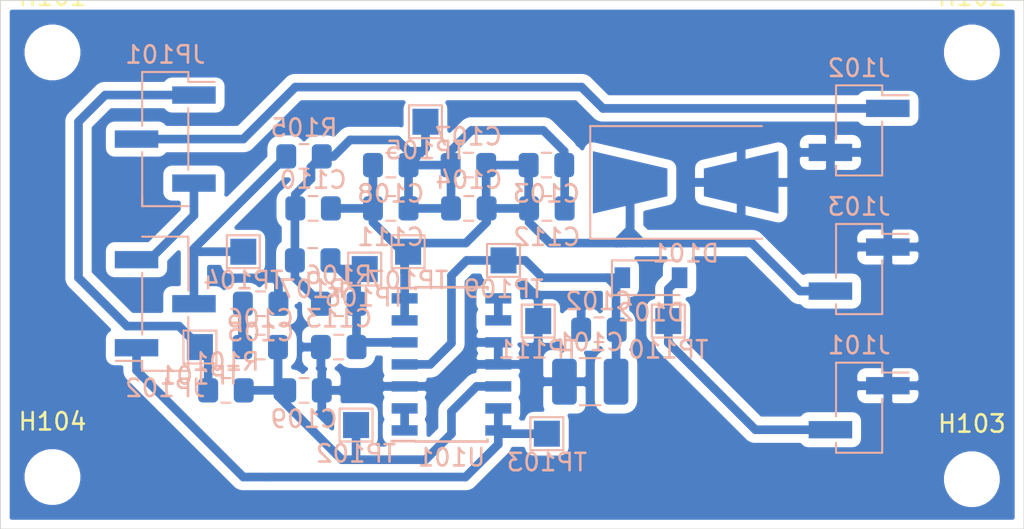
<source format=kicad_pcb>
(kicad_pcb (version 20171130) (host pcbnew "(5.1.0-62-ge5de787f8)")

  (general
    (thickness 1.6)
    (drawings 11)
    (tracks 151)
    (zones 0)
    (modules 39)
    (nets 16)
  )

  (page A4)
  (layers
    (0 F.Cu signal hide)
    (31 B.Cu signal)
    (32 B.Adhes user)
    (34 B.Paste user)
    (36 B.SilkS user hide)
    (38 B.Mask user)
    (40 Dwgs.User user)
    (41 Cmts.User user)
    (42 Eco1.User user)
    (43 Eco2.User user)
    (44 Edge.Cuts user)
    (45 Margin user)
    (46 B.CrtYd user)
    (47 F.CrtYd user)
    (48 B.Fab user)
  )

  (setup
    (last_trace_width 0.5)
    (user_trace_width 0.25)
    (user_trace_width 0.5)
    (user_trace_width 1)
    (trace_clearance 0.5)
    (zone_clearance 0.508)
    (zone_45_only no)
    (trace_min 0.2)
    (via_size 0.8)
    (via_drill 0.4)
    (via_min_size 0.4)
    (via_min_drill 0.3)
    (uvia_size 0.3)
    (uvia_drill 0.1)
    (uvias_allowed no)
    (uvia_min_size 0.2)
    (uvia_min_drill 0.1)
    (edge_width 0.05)
    (segment_width 0.2)
    (pcb_text_width 0.3)
    (pcb_text_size 1.5 1.5)
    (mod_edge_width 0.12)
    (mod_text_size 1 1)
    (mod_text_width 0.15)
    (pad_size 1.524 1.524)
    (pad_drill 0.762)
    (pad_to_mask_clearance 0.051)
    (solder_mask_min_width 0.25)
    (aux_axis_origin 0 0)
    (visible_elements FFFFFFFF)
    (pcbplotparams
      (layerselection 0x00000_fffffffe)
      (usegerberextensions false)
      (usegerberattributes false)
      (usegerberadvancedattributes false)
      (creategerberjobfile false)
      (excludeedgelayer true)
      (linewidth 0.100000)
      (plotframeref false)
      (viasonmask false)
      (mode 1)
      (useauxorigin false)
      (hpglpennumber 1)
      (hpglpenspeed 20)
      (hpglpendiameter 15.000000)
      (psnegative false)
      (psa4output false)
      (plotreference true)
      (plotvalue true)
      (plotinvisibletext false)
      (padsonsilk false)
      (subtractmaskfromsilk false)
      (outputformat 4)
      (mirror false)
      (drillshape 2)
      (scaleselection 1)
      (outputdirectory ""))
  )

  (net 0 "")
  (net 1 GND)
  (net 2 +5V)
  (net 3 "Net-(C103-Pad2)")
  (net 4 /OUTPUT)
  (net 5 "Net-(C105-Pad1)")
  (net 6 "Net-(C106-Pad1)")
  (net 7 "Net-(C113-Pad1)")
  (net 8 /INPUT)
  (net 9 "Net-(JP101-Pad1)")
  (net 10 /MIDDLE)
  (net 11 "Net-(JP101-Pad3)")
  (net 12 "Net-(D102-Pad2)")
  (net 13 "Net-(JP102-Pad1)")
  (net 14 "Net-(U101-Pad8)")
  (net 15 "Net-(U101-Pad1)")

  (net_class Default "This is the default net class."
    (clearance 0.5)
    (trace_width 0.35)
    (via_dia 0.8)
    (via_drill 0.4)
    (uvia_dia 0.3)
    (uvia_drill 0.1)
    (add_net /INPUT)
    (add_net /MIDDLE)
    (add_net /OUTPUT)
    (add_net "Net-(C103-Pad2)")
    (add_net "Net-(C105-Pad1)")
    (add_net "Net-(C106-Pad1)")
    (add_net "Net-(C113-Pad1)")
    (add_net "Net-(D102-Pad2)")
    (add_net "Net-(JP101-Pad1)")
    (add_net "Net-(JP101-Pad3)")
    (add_net "Net-(JP102-Pad1)")
    (add_net "Net-(U101-Pad1)")
    (add_net "Net-(U101-Pad8)")
  )

  (net_class PWR ""
    (clearance 0.5)
    (trace_width 0.35)
    (via_dia 0.8)
    (via_drill 0.4)
    (uvia_dia 0.3)
    (uvia_drill 0.1)
    (add_net +5V)
    (add_net GND)
  )

  (module Connector_PinHeader_2.54mm:PinHeader_1x02_P2.54mm_Vertical_SMD_Pin1Left (layer B.Cu) (tedit 59FED5CC) (tstamp 5CA3E2A2)
    (at 205.5 67.5 180)
    (descr "surface-mounted straight pin header, 1x02, 2.54mm pitch, single row, style 1 (pin 1 left)")
    (tags "Surface mounted pin header SMD 1x02 2.54mm single row style1 pin1 left")
    (path /5CA83904)
    (attr smd)
    (fp_text reference J103 (at 0 3.6 180) (layer B.SilkS)
      (effects (font (size 1 1) (thickness 0.15)) (justify mirror))
    )
    (fp_text value Conn_01x02_Female (at 0 -3.6 180) (layer B.Fab)
      (effects (font (size 1 1) (thickness 0.15)) (justify mirror))
    )
    (fp_line (start 1.27 -2.54) (end -1.27 -2.54) (layer B.Fab) (width 0.1))
    (fp_line (start -0.32 2.54) (end 1.27 2.54) (layer B.Fab) (width 0.1))
    (fp_line (start -1.27 -2.54) (end -1.27 1.59) (layer B.Fab) (width 0.1))
    (fp_line (start -1.27 1.59) (end -0.32 2.54) (layer B.Fab) (width 0.1))
    (fp_line (start 1.27 2.54) (end 1.27 -2.54) (layer B.Fab) (width 0.1))
    (fp_line (start -1.27 1.59) (end -2.54 1.59) (layer B.Fab) (width 0.1))
    (fp_line (start -2.54 1.59) (end -2.54 0.95) (layer B.Fab) (width 0.1))
    (fp_line (start -2.54 0.95) (end -1.27 0.95) (layer B.Fab) (width 0.1))
    (fp_line (start 1.27 -0.95) (end 2.54 -0.95) (layer B.Fab) (width 0.1))
    (fp_line (start 2.54 -0.95) (end 2.54 -1.59) (layer B.Fab) (width 0.1))
    (fp_line (start 2.54 -1.59) (end 1.27 -1.59) (layer B.Fab) (width 0.1))
    (fp_line (start -1.33 2.6) (end 1.33 2.6) (layer B.SilkS) (width 0.12))
    (fp_line (start -1.33 -2.6) (end 1.33 -2.6) (layer B.SilkS) (width 0.12))
    (fp_line (start 1.33 2.6) (end 1.33 -0.51) (layer B.SilkS) (width 0.12))
    (fp_line (start -1.33 2.03) (end -2.85 2.03) (layer B.SilkS) (width 0.12))
    (fp_line (start -1.33 2.6) (end -1.33 2.03) (layer B.SilkS) (width 0.12))
    (fp_line (start 1.33 -2.03) (end 1.33 -2.6) (layer B.SilkS) (width 0.12))
    (fp_line (start -1.33 0.51) (end -1.33 -2.6) (layer B.SilkS) (width 0.12))
    (fp_line (start -3.45 3.05) (end -3.45 -3.05) (layer B.CrtYd) (width 0.05))
    (fp_line (start -3.45 -3.05) (end 3.45 -3.05) (layer B.CrtYd) (width 0.05))
    (fp_line (start 3.45 -3.05) (end 3.45 3.05) (layer B.CrtYd) (width 0.05))
    (fp_line (start 3.45 3.05) (end -3.45 3.05) (layer B.CrtYd) (width 0.05))
    (fp_text user %R (at 0 0 90) (layer B.Fab)
      (effects (font (size 1 1) (thickness 0.15)) (justify mirror))
    )
    (pad 1 smd rect (at -1.655 1.27 180) (size 2.51 1) (layers B.Cu B.Paste B.Mask)
      (net 1 GND))
    (pad 2 smd rect (at 1.655 -1.27 180) (size 2.51 1) (layers B.Cu B.Paste B.Mask)
      (net 4 /OUTPUT))
    (model ${KISYS3DMOD}/Connector_PinHeader_2.54mm.3dshapes/PinHeader_1x02_P2.54mm_Vertical_SMD_Pin1Left.wrl
      (at (xyz 0 0 0))
      (scale (xyz 1 1 1))
      (rotate (xyz 0 0 0))
    )
  )

  (module Capacitor_SMD:C_0805_2012Metric_Pad1.15x1.40mm_HandSolder (layer B.Cu) (tedit 5B36C52B) (tstamp 5CA3E0D6)
    (at 173.5 74.5)
    (descr "Capacitor SMD 0805 (2012 Metric), square (rectangular) end terminal, IPC_7351 nominal with elongated pad for handsoldering. (Body size source: https://docs.google.com/spreadsheets/d/1BsfQQcO9C6DZCsRaXUlFlo91Tg2WpOkGARC1WS5S8t0/edit?usp=sharing), generated with kicad-footprint-generator")
    (tags "capacitor handsolder")
    (path /5CB0FB9C)
    (attr smd)
    (fp_text reference C109 (at 0 1.65) (layer B.SilkS)
      (effects (font (size 1 1) (thickness 0.15)) (justify mirror))
    )
    (fp_text value 100n (at 0 -1.65) (layer B.Fab)
      (effects (font (size 1 1) (thickness 0.15)) (justify mirror))
    )
    (fp_line (start -1 -0.6) (end -1 0.6) (layer B.Fab) (width 0.1))
    (fp_line (start -1 0.6) (end 1 0.6) (layer B.Fab) (width 0.1))
    (fp_line (start 1 0.6) (end 1 -0.6) (layer B.Fab) (width 0.1))
    (fp_line (start 1 -0.6) (end -1 -0.6) (layer B.Fab) (width 0.1))
    (fp_line (start -0.261252 0.71) (end 0.261252 0.71) (layer B.SilkS) (width 0.12))
    (fp_line (start -0.261252 -0.71) (end 0.261252 -0.71) (layer B.SilkS) (width 0.12))
    (fp_line (start -1.85 -0.95) (end -1.85 0.95) (layer B.CrtYd) (width 0.05))
    (fp_line (start -1.85 0.95) (end 1.85 0.95) (layer B.CrtYd) (width 0.05))
    (fp_line (start 1.85 0.95) (end 1.85 -0.95) (layer B.CrtYd) (width 0.05))
    (fp_line (start 1.85 -0.95) (end -1.85 -0.95) (layer B.CrtYd) (width 0.05))
    (fp_text user %R (at 0 0) (layer B.Fab)
      (effects (font (size 0.5 0.5) (thickness 0.08)) (justify mirror))
    )
    (pad 1 smd roundrect (at -1.025 0) (size 1.15 1.4) (layers B.Cu B.Paste B.Mask) (roundrect_rratio 0.217391)
      (net 6 "Net-(C106-Pad1)"))
    (pad 2 smd roundrect (at 1.025 0) (size 1.15 1.4) (layers B.Cu B.Paste B.Mask) (roundrect_rratio 0.217391)
      (net 1 GND))
    (model ${KISYS3DMOD}/Capacitor_SMD.3dshapes/C_0805_2012Metric.wrl
      (at (xyz 0 0 0))
      (scale (xyz 1 1 1))
      (rotate (xyz 0 0 0))
    )
  )

  (module Capacitor_SMD:C_0805_2012Metric_Pad1.15x1.40mm_HandSolder (layer B.Cu) (tedit 5B36C52B) (tstamp 5CA3E1EA)
    (at 171 69.5)
    (descr "Capacitor SMD 0805 (2012 Metric), square (rectangular) end terminal, IPC_7351 nominal with elongated pad for handsoldering. (Body size source: https://docs.google.com/spreadsheets/d/1BsfQQcO9C6DZCsRaXUlFlo91Tg2WpOkGARC1WS5S8t0/edit?usp=sharing), generated with kicad-footprint-generator")
    (tags "capacitor handsolder")
    (path /5CB0ECD8)
    (attr smd)
    (fp_text reference C105 (at 0 1.65) (layer B.SilkS)
      (effects (font (size 1 1) (thickness 0.15)) (justify mirror))
    )
    (fp_text value 100n (at 0 -1.65) (layer B.Fab)
      (effects (font (size 1 1) (thickness 0.15)) (justify mirror))
    )
    (fp_line (start -1 -0.6) (end -1 0.6) (layer B.Fab) (width 0.1))
    (fp_line (start -1 0.6) (end 1 0.6) (layer B.Fab) (width 0.1))
    (fp_line (start 1 0.6) (end 1 -0.6) (layer B.Fab) (width 0.1))
    (fp_line (start 1 -0.6) (end -1 -0.6) (layer B.Fab) (width 0.1))
    (fp_line (start -0.261252 0.71) (end 0.261252 0.71) (layer B.SilkS) (width 0.12))
    (fp_line (start -0.261252 -0.71) (end 0.261252 -0.71) (layer B.SilkS) (width 0.12))
    (fp_line (start -1.85 -0.95) (end -1.85 0.95) (layer B.CrtYd) (width 0.05))
    (fp_line (start -1.85 0.95) (end 1.85 0.95) (layer B.CrtYd) (width 0.05))
    (fp_line (start 1.85 0.95) (end 1.85 -0.95) (layer B.CrtYd) (width 0.05))
    (fp_line (start 1.85 -0.95) (end -1.85 -0.95) (layer B.CrtYd) (width 0.05))
    (fp_text user %R (at 0 0) (layer B.Fab)
      (effects (font (size 0.5 0.5) (thickness 0.08)) (justify mirror))
    )
    (pad 1 smd roundrect (at -1.025 0) (size 1.15 1.4) (layers B.Cu B.Paste B.Mask) (roundrect_rratio 0.217391)
      (net 5 "Net-(C105-Pad1)"))
    (pad 2 smd roundrect (at 1.025 0) (size 1.15 1.4) (layers B.Cu B.Paste B.Mask) (roundrect_rratio 0.217391)
      (net 1 GND))
    (model ${KISYS3DMOD}/Capacitor_SMD.3dshapes/C_0805_2012Metric.wrl
      (at (xyz 0 0 0))
      (scale (xyz 1 1 1))
      (rotate (xyz 0 0 0))
    )
  )

  (module Capacitor_SMD:C_0805_2012Metric_Pad1.15x1.40mm_HandSolder (layer B.Cu) (tedit 5B36C52B) (tstamp 5CA3E251)
    (at 170.975 72 180)
    (descr "Capacitor SMD 0805 (2012 Metric), square (rectangular) end terminal, IPC_7351 nominal with elongated pad for handsoldering. (Body size source: https://docs.google.com/spreadsheets/d/1BsfQQcO9C6DZCsRaXUlFlo91Tg2WpOkGARC1WS5S8t0/edit?usp=sharing), generated with kicad-footprint-generator")
    (tags "capacitor handsolder")
    (path /5CA609C2)
    (attr smd)
    (fp_text reference C106 (at 0 1.65 180) (layer B.SilkS)
      (effects (font (size 1 1) (thickness 0.15)) (justify mirror))
    )
    (fp_text value 100n (at 0 -1.65 180) (layer B.Fab)
      (effects (font (size 1 1) (thickness 0.15)) (justify mirror))
    )
    (fp_line (start -1 -0.6) (end -1 0.6) (layer B.Fab) (width 0.1))
    (fp_line (start -1 0.6) (end 1 0.6) (layer B.Fab) (width 0.1))
    (fp_line (start 1 0.6) (end 1 -0.6) (layer B.Fab) (width 0.1))
    (fp_line (start 1 -0.6) (end -1 -0.6) (layer B.Fab) (width 0.1))
    (fp_line (start -0.261252 0.71) (end 0.261252 0.71) (layer B.SilkS) (width 0.12))
    (fp_line (start -0.261252 -0.71) (end 0.261252 -0.71) (layer B.SilkS) (width 0.12))
    (fp_line (start -1.85 -0.95) (end -1.85 0.95) (layer B.CrtYd) (width 0.05))
    (fp_line (start -1.85 0.95) (end 1.85 0.95) (layer B.CrtYd) (width 0.05))
    (fp_line (start 1.85 0.95) (end 1.85 -0.95) (layer B.CrtYd) (width 0.05))
    (fp_line (start 1.85 -0.95) (end -1.85 -0.95) (layer B.CrtYd) (width 0.05))
    (fp_text user %R (at 0 0 180) (layer B.Fab)
      (effects (font (size 0.5 0.5) (thickness 0.08)) (justify mirror))
    )
    (pad 1 smd roundrect (at -1.025 0 180) (size 1.15 1.4) (layers B.Cu B.Paste B.Mask) (roundrect_rratio 0.217391)
      (net 6 "Net-(C106-Pad1)"))
    (pad 2 smd roundrect (at 1.025 0 180) (size 1.15 1.4) (layers B.Cu B.Paste B.Mask) (roundrect_rratio 0.217391)
      (net 5 "Net-(C105-Pad1)"))
    (model ${KISYS3DMOD}/Capacitor_SMD.3dshapes/C_0805_2012Metric.wrl
      (at (xyz 0 0 0))
      (scale (xyz 1 1 1))
      (rotate (xyz 0 0 0))
    )
  )

  (module Connector_PinHeader_2.54mm:PinHeader_1x03_P2.54mm_Vertical_SMD_Pin1Left (layer B.Cu) (tedit 59FED5CC) (tstamp 5CA3E033)
    (at 165.5 69.5)
    (descr "surface-mounted straight pin header, 1x03, 2.54mm pitch, single row, style 1 (pin 1 left)")
    (tags "Surface mounted pin header SMD 1x03 2.54mm single row style1 pin1 left")
    (path /5CA2762A)
    (attr smd)
    (fp_text reference JP102 (at 0 4.87) (layer B.SilkS)
      (effects (font (size 1 1) (thickness 0.15)) (justify mirror))
    )
    (fp_text value SolderJumper_3_Open (at 0 -4.87) (layer B.Fab)
      (effects (font (size 1 1) (thickness 0.15)) (justify mirror))
    )
    (fp_line (start 1.27 -3.81) (end -1.27 -3.81) (layer B.Fab) (width 0.1))
    (fp_line (start -0.32 3.81) (end 1.27 3.81) (layer B.Fab) (width 0.1))
    (fp_line (start -1.27 -3.81) (end -1.27 2.86) (layer B.Fab) (width 0.1))
    (fp_line (start -1.27 2.86) (end -0.32 3.81) (layer B.Fab) (width 0.1))
    (fp_line (start 1.27 3.81) (end 1.27 -3.81) (layer B.Fab) (width 0.1))
    (fp_line (start -1.27 2.86) (end -2.54 2.86) (layer B.Fab) (width 0.1))
    (fp_line (start -2.54 2.86) (end -2.54 2.22) (layer B.Fab) (width 0.1))
    (fp_line (start -2.54 2.22) (end -1.27 2.22) (layer B.Fab) (width 0.1))
    (fp_line (start -1.27 -2.22) (end -2.54 -2.22) (layer B.Fab) (width 0.1))
    (fp_line (start -2.54 -2.22) (end -2.54 -2.86) (layer B.Fab) (width 0.1))
    (fp_line (start -2.54 -2.86) (end -1.27 -2.86) (layer B.Fab) (width 0.1))
    (fp_line (start 1.27 0.32) (end 2.54 0.32) (layer B.Fab) (width 0.1))
    (fp_line (start 2.54 0.32) (end 2.54 -0.32) (layer B.Fab) (width 0.1))
    (fp_line (start 2.54 -0.32) (end 1.27 -0.32) (layer B.Fab) (width 0.1))
    (fp_line (start -1.33 3.87) (end 1.33 3.87) (layer B.SilkS) (width 0.12))
    (fp_line (start -1.33 -3.87) (end 1.33 -3.87) (layer B.SilkS) (width 0.12))
    (fp_line (start 1.33 3.87) (end 1.33 0.76) (layer B.SilkS) (width 0.12))
    (fp_line (start -1.33 3.3) (end -2.85 3.3) (layer B.SilkS) (width 0.12))
    (fp_line (start -1.33 3.87) (end -1.33 3.3) (layer B.SilkS) (width 0.12))
    (fp_line (start 1.33 -3.3) (end 1.33 -3.87) (layer B.SilkS) (width 0.12))
    (fp_line (start 1.33 -0.76) (end 1.33 -3.87) (layer B.SilkS) (width 0.12))
    (fp_line (start -1.33 1.78) (end -1.33 -1.78) (layer B.SilkS) (width 0.12))
    (fp_line (start -3.45 4.35) (end -3.45 -4.35) (layer B.CrtYd) (width 0.05))
    (fp_line (start -3.45 -4.35) (end 3.45 -4.35) (layer B.CrtYd) (width 0.05))
    (fp_line (start 3.45 -4.35) (end 3.45 4.35) (layer B.CrtYd) (width 0.05))
    (fp_line (start 3.45 4.35) (end -3.45 4.35) (layer B.CrtYd) (width 0.05))
    (fp_text user %R (at 0 0 -90) (layer B.Fab)
      (effects (font (size 1 1) (thickness 0.15)) (justify mirror))
    )
    (pad 1 smd rect (at -1.655 2.54) (size 2.51 1) (layers B.Cu B.Paste B.Mask)
      (net 13 "Net-(JP102-Pad1)"))
    (pad 3 smd rect (at -1.655 -2.54) (size 2.51 1) (layers B.Cu B.Paste B.Mask)
      (net 11 "Net-(JP101-Pad3)"))
    (pad 2 smd rect (at 1.655 0) (size 2.51 1) (layers B.Cu B.Paste B.Mask)
      (net 10 /MIDDLE))
    (model ${KISYS3DMOD}/Connector_PinHeader_2.54mm.3dshapes/PinHeader_1x03_P2.54mm_Vertical_SMD_Pin1Left.wrl
      (at (xyz 0 0 0))
      (scale (xyz 1 1 1))
      (rotate (xyz 0 0 0))
    )
  )

  (module Package_SO:SOIC-14_3.9x8.7mm_P1.27mm (layer B.Cu) (tedit 5A02F2D3) (tstamp 5CA455AF)
    (at 182 73)
    (descr "14-Lead Plastic Small Outline (SL) - Narrow, 3.90 mm Body [SOIC] (see Microchip Packaging Specification 00000049BS.pdf)")
    (tags "SOIC 1.27")
    (path /5CAAA3A9)
    (attr smd)
    (fp_text reference U101 (at 0 5.375) (layer B.SilkS)
      (effects (font (size 1 1) (thickness 0.15)) (justify mirror))
    )
    (fp_text value LM324 (at 0 -5.375) (layer B.Fab)
      (effects (font (size 1 1) (thickness 0.15)) (justify mirror))
    )
    (fp_line (start -2.075 4.425) (end -3.45 4.425) (layer B.SilkS) (width 0.15))
    (fp_line (start -2.075 -4.45) (end 2.075 -4.45) (layer B.SilkS) (width 0.15))
    (fp_line (start -2.075 4.45) (end 2.075 4.45) (layer B.SilkS) (width 0.15))
    (fp_line (start -2.075 -4.45) (end -2.075 -4.335) (layer B.SilkS) (width 0.15))
    (fp_line (start 2.075 -4.45) (end 2.075 -4.335) (layer B.SilkS) (width 0.15))
    (fp_line (start 2.075 4.45) (end 2.075 4.335) (layer B.SilkS) (width 0.15))
    (fp_line (start -2.075 4.45) (end -2.075 4.425) (layer B.SilkS) (width 0.15))
    (fp_line (start -3.7 -4.65) (end 3.7 -4.65) (layer B.CrtYd) (width 0.05))
    (fp_line (start -3.7 4.65) (end 3.7 4.65) (layer B.CrtYd) (width 0.05))
    (fp_line (start 3.7 4.65) (end 3.7 -4.65) (layer B.CrtYd) (width 0.05))
    (fp_line (start -3.7 4.65) (end -3.7 -4.65) (layer B.CrtYd) (width 0.05))
    (fp_line (start -1.95 3.35) (end -0.95 4.35) (layer B.Fab) (width 0.15))
    (fp_line (start -1.95 -4.35) (end -1.95 3.35) (layer B.Fab) (width 0.15))
    (fp_line (start 1.95 -4.35) (end -1.95 -4.35) (layer B.Fab) (width 0.15))
    (fp_line (start 1.95 4.35) (end 1.95 -4.35) (layer B.Fab) (width 0.15))
    (fp_line (start -0.95 4.35) (end 1.95 4.35) (layer B.Fab) (width 0.15))
    (fp_text user %R (at 0 0) (layer B.Fab)
      (effects (font (size 0.9 0.9) (thickness 0.135)) (justify mirror))
    )
    (pad 14 smd rect (at 2.7 3.81) (size 1.5 0.6) (layers B.Cu B.Paste B.Mask)
      (net 13 "Net-(JP102-Pad1)"))
    (pad 13 smd rect (at 2.7 2.54) (size 1.5 0.6) (layers B.Cu B.Paste B.Mask)
      (net 13 "Net-(JP102-Pad1)"))
    (pad 12 smd rect (at 2.7 1.27) (size 1.5 0.6) (layers B.Cu B.Paste B.Mask)
      (net 6 "Net-(C106-Pad1)"))
    (pad 11 smd rect (at 2.7 0) (size 1.5 0.6) (layers B.Cu B.Paste B.Mask)
      (net 1 GND))
    (pad 10 smd rect (at 2.7 -1.27) (size 1.5 0.6) (layers B.Cu B.Paste B.Mask)
      (net 1 GND))
    (pad 9 smd rect (at 2.7 -2.54) (size 1.5 0.6) (layers B.Cu B.Paste B.Mask)
      (net 14 "Net-(U101-Pad8)"))
    (pad 8 smd rect (at 2.7 -3.81) (size 1.5 0.6) (layers B.Cu B.Paste B.Mask)
      (net 14 "Net-(U101-Pad8)"))
    (pad 7 smd rect (at -2.7 -3.81) (size 1.5 0.6) (layers B.Cu B.Paste B.Mask)
      (net 4 /OUTPUT))
    (pad 6 smd rect (at -2.7 -2.54) (size 1.5 0.6) (layers B.Cu B.Paste B.Mask)
      (net 4 /OUTPUT))
    (pad 5 smd rect (at -2.7 -1.27) (size 1.5 0.6) (layers B.Cu B.Paste B.Mask)
      (net 7 "Net-(C113-Pad1)"))
    (pad 4 smd rect (at -2.7 0) (size 1.5 0.6) (layers B.Cu B.Paste B.Mask)
      (net 2 +5V))
    (pad 3 smd rect (at -2.7 1.27) (size 1.5 0.6) (layers B.Cu B.Paste B.Mask)
      (net 1 GND))
    (pad 2 smd rect (at -2.7 2.54) (size 1.5 0.6) (layers B.Cu B.Paste B.Mask)
      (net 15 "Net-(U101-Pad1)"))
    (pad 1 smd rect (at -2.7 3.81) (size 1.5 0.6) (layers B.Cu B.Paste B.Mask)
      (net 15 "Net-(U101-Pad1)"))
    (model ${KISYS3DMOD}/Package_SO.3dshapes/SOIC-14_3.9x8.7mm_P1.27mm.wrl
      (at (xyz 0 0 0))
      (scale (xyz 1 1 1))
      (rotate (xyz 0 0 0))
    )
  )

  (module TestPoint:TestPoint_Pad_1.5x1.5mm (layer B.Cu) (tedit 5A0F774F) (tstamp 5CA3E35F)
    (at 185 67)
    (descr "SMD rectangular pad as test Point, square 1.5mm side length")
    (tags "test point SMD pad rectangle square")
    (path /5CBCA3DC)
    (attr virtual)
    (fp_text reference TP109 (at 0 1.648) (layer B.SilkS)
      (effects (font (size 1 1) (thickness 0.15)) (justify mirror))
    )
    (fp_text value TestPoint (at 0 -1.75) (layer B.Fab)
      (effects (font (size 1 1) (thickness 0.15)) (justify mirror))
    )
    (fp_text user %R (at 0 1.65) (layer B.Fab)
      (effects (font (size 1 1) (thickness 0.15)) (justify mirror))
    )
    (fp_line (start -0.95 0.95) (end 0.95 0.95) (layer B.SilkS) (width 0.12))
    (fp_line (start 0.95 0.95) (end 0.95 -0.95) (layer B.SilkS) (width 0.12))
    (fp_line (start 0.95 -0.95) (end -0.95 -0.95) (layer B.SilkS) (width 0.12))
    (fp_line (start -0.95 -0.95) (end -0.95 0.95) (layer B.SilkS) (width 0.12))
    (fp_line (start -1.25 1.25) (end 1.25 1.25) (layer B.CrtYd) (width 0.05))
    (fp_line (start -1.25 1.25) (end -1.25 -1.25) (layer B.CrtYd) (width 0.05))
    (fp_line (start 1.25 -1.25) (end 1.25 1.25) (layer B.CrtYd) (width 0.05))
    (fp_line (start 1.25 -1.25) (end -1.25 -1.25) (layer B.CrtYd) (width 0.05))
    (pad 1 smd rect (at 0 0) (size 1.5 1.5) (layers B.Cu B.Mask)
      (net 2 +5V))
  )

  (module Diode_SMD:D_SOD-123 (layer B.Cu) (tedit 58645DC7) (tstamp 5CA3E2F7)
    (at 193.5 68)
    (descr SOD-123)
    (tags SOD-123)
    (path /5CBBDCB4)
    (attr smd)
    (fp_text reference D102 (at 0 2) (layer B.SilkS)
      (effects (font (size 1 1) (thickness 0.15)) (justify mirror))
    )
    (fp_text value 1N4148W (at 0 -2.1) (layer B.Fab)
      (effects (font (size 1 1) (thickness 0.15)) (justify mirror))
    )
    (fp_text user %R (at 0 2) (layer B.Fab)
      (effects (font (size 1 1) (thickness 0.15)) (justify mirror))
    )
    (fp_line (start -2.25 1) (end -2.25 -1) (layer B.SilkS) (width 0.12))
    (fp_line (start 0.25 0) (end 0.75 0) (layer B.Fab) (width 0.1))
    (fp_line (start 0.25 -0.4) (end -0.35 0) (layer B.Fab) (width 0.1))
    (fp_line (start 0.25 0.4) (end 0.25 -0.4) (layer B.Fab) (width 0.1))
    (fp_line (start -0.35 0) (end 0.25 0.4) (layer B.Fab) (width 0.1))
    (fp_line (start -0.35 0) (end -0.35 -0.55) (layer B.Fab) (width 0.1))
    (fp_line (start -0.35 0) (end -0.35 0.55) (layer B.Fab) (width 0.1))
    (fp_line (start -0.75 0) (end -0.35 0) (layer B.Fab) (width 0.1))
    (fp_line (start -1.4 -0.9) (end -1.4 0.9) (layer B.Fab) (width 0.1))
    (fp_line (start 1.4 -0.9) (end -1.4 -0.9) (layer B.Fab) (width 0.1))
    (fp_line (start 1.4 0.9) (end 1.4 -0.9) (layer B.Fab) (width 0.1))
    (fp_line (start -1.4 0.9) (end 1.4 0.9) (layer B.Fab) (width 0.1))
    (fp_line (start -2.35 1.15) (end 2.35 1.15) (layer B.CrtYd) (width 0.05))
    (fp_line (start 2.35 1.15) (end 2.35 -1.15) (layer B.CrtYd) (width 0.05))
    (fp_line (start 2.35 -1.15) (end -2.35 -1.15) (layer B.CrtYd) (width 0.05))
    (fp_line (start -2.35 1.15) (end -2.35 -1.15) (layer B.CrtYd) (width 0.05))
    (fp_line (start -2.25 -1) (end 1.65 -1) (layer B.SilkS) (width 0.12))
    (fp_line (start -2.25 1) (end 1.65 1) (layer B.SilkS) (width 0.12))
    (pad 1 smd rect (at -1.65 0) (size 0.9 1.2) (layers B.Cu B.Paste B.Mask)
      (net 2 +5V))
    (pad 2 smd rect (at 1.65 0) (size 0.9 1.2) (layers B.Cu B.Paste B.Mask)
      (net 12 "Net-(D102-Pad2)"))
    (model ${KISYS3DMOD}/Diode_SMD.3dshapes/D_SOD-123.wrl
      (at (xyz 0 0 0))
      (scale (xyz 1 1 1))
      (rotate (xyz 0 0 0))
    )
  )

  (module Capacitor_SMD:C_1210_3225Metric_Pad1.42x2.65mm_HandSolder (layer B.Cu) (tedit 5B301BBE) (tstamp 5CA3E2E7)
    (at 190 74 180)
    (descr "Capacitor SMD 1210 (3225 Metric), square (rectangular) end terminal, IPC_7351 nominal with elongated pad for handsoldering. (Body size source: http://www.tortai-tech.com/upload/download/2011102023233369053.pdf), generated with kicad-footprint-generator")
    (tags "capacitor handsolder")
    (path /5CBBBC42)
    (attr smd)
    (fp_text reference C101 (at 0 2.28 180) (layer B.SilkS)
      (effects (font (size 1 1) (thickness 0.15)) (justify mirror))
    )
    (fp_text value 10u (at 0 -2.28 180) (layer B.Fab)
      (effects (font (size 1 1) (thickness 0.15)) (justify mirror))
    )
    (fp_line (start -1.6 -1.25) (end -1.6 1.25) (layer B.Fab) (width 0.1))
    (fp_line (start -1.6 1.25) (end 1.6 1.25) (layer B.Fab) (width 0.1))
    (fp_line (start 1.6 1.25) (end 1.6 -1.25) (layer B.Fab) (width 0.1))
    (fp_line (start 1.6 -1.25) (end -1.6 -1.25) (layer B.Fab) (width 0.1))
    (fp_line (start -0.602064 1.36) (end 0.602064 1.36) (layer B.SilkS) (width 0.12))
    (fp_line (start -0.602064 -1.36) (end 0.602064 -1.36) (layer B.SilkS) (width 0.12))
    (fp_line (start -2.45 -1.58) (end -2.45 1.58) (layer B.CrtYd) (width 0.05))
    (fp_line (start -2.45 1.58) (end 2.45 1.58) (layer B.CrtYd) (width 0.05))
    (fp_line (start 2.45 1.58) (end 2.45 -1.58) (layer B.CrtYd) (width 0.05))
    (fp_line (start 2.45 -1.58) (end -2.45 -1.58) (layer B.CrtYd) (width 0.05))
    (fp_text user %R (at 0 0 180) (layer B.Fab)
      (effects (font (size 0.8 0.8) (thickness 0.12)) (justify mirror))
    )
    (pad 1 smd roundrect (at -1.4875 0 180) (size 1.425 2.65) (layers B.Cu B.Paste B.Mask) (roundrect_rratio 0.175439)
      (net 2 +5V))
    (pad 2 smd roundrect (at 1.4875 0 180) (size 1.425 2.65) (layers B.Cu B.Paste B.Mask) (roundrect_rratio 0.175439)
      (net 1 GND))
    (model ${KISYS3DMOD}/Capacitor_SMD.3dshapes/C_1210_3225Metric.wrl
      (at (xyz 0 0 0))
      (scale (xyz 1 1 1))
      (rotate (xyz 0 0 0))
    )
  )

  (module TestPoint:TestPoint_Pad_1.5x1.5mm (layer B.Cu) (tedit 5A0F774F) (tstamp 5CA3E2D8)
    (at 187 70.5)
    (descr "SMD rectangular pad as test Point, square 1.5mm side length")
    (tags "test point SMD pad rectangle square")
    (path /5CBCDB18)
    (attr virtual)
    (fp_text reference TP111 (at 0 1.648) (layer B.SilkS)
      (effects (font (size 1 1) (thickness 0.15)) (justify mirror))
    )
    (fp_text value TestPoint (at 0 -1.75) (layer B.Fab)
      (effects (font (size 1 1) (thickness 0.15)) (justify mirror))
    )
    (fp_text user %R (at 0 1.65) (layer B.Fab)
      (effects (font (size 1 1) (thickness 0.15)) (justify mirror))
    )
    (fp_line (start -0.95 0.95) (end 0.95 0.95) (layer B.SilkS) (width 0.12))
    (fp_line (start 0.95 0.95) (end 0.95 -0.95) (layer B.SilkS) (width 0.12))
    (fp_line (start 0.95 -0.95) (end -0.95 -0.95) (layer B.SilkS) (width 0.12))
    (fp_line (start -0.95 -0.95) (end -0.95 0.95) (layer B.SilkS) (width 0.12))
    (fp_line (start -1.25 1.25) (end 1.25 1.25) (layer B.CrtYd) (width 0.05))
    (fp_line (start -1.25 1.25) (end -1.25 -1.25) (layer B.CrtYd) (width 0.05))
    (fp_line (start 1.25 -1.25) (end 1.25 1.25) (layer B.CrtYd) (width 0.05))
    (fp_line (start 1.25 -1.25) (end -1.25 -1.25) (layer B.CrtYd) (width 0.05))
    (pad 1 smd rect (at 0 0) (size 1.5 1.5) (layers B.Cu B.Mask)
      (net 1 GND))
  )

  (module Capacitor_SMD:C_0805_2012Metric_Pad1.15x1.40mm_HandSolder (layer B.Cu) (tedit 5B36C52B) (tstamp 5CA3E2C0)
    (at 190.5 71 180)
    (descr "Capacitor SMD 0805 (2012 Metric), square (rectangular) end terminal, IPC_7351 nominal with elongated pad for handsoldering. (Body size source: https://docs.google.com/spreadsheets/d/1BsfQQcO9C6DZCsRaXUlFlo91Tg2WpOkGARC1WS5S8t0/edit?usp=sharing), generated with kicad-footprint-generator")
    (tags "capacitor handsolder")
    (path /5CAAC8E2)
    (attr smd)
    (fp_text reference C102 (at 0 1.65 180) (layer B.SilkS)
      (effects (font (size 1 1) (thickness 0.15)) (justify mirror))
    )
    (fp_text value 100n (at 0 -1.65 180) (layer B.Fab)
      (effects (font (size 1 1) (thickness 0.15)) (justify mirror))
    )
    (fp_line (start -1 -0.6) (end -1 0.6) (layer B.Fab) (width 0.1))
    (fp_line (start -1 0.6) (end 1 0.6) (layer B.Fab) (width 0.1))
    (fp_line (start 1 0.6) (end 1 -0.6) (layer B.Fab) (width 0.1))
    (fp_line (start 1 -0.6) (end -1 -0.6) (layer B.Fab) (width 0.1))
    (fp_line (start -0.261252 0.71) (end 0.261252 0.71) (layer B.SilkS) (width 0.12))
    (fp_line (start -0.261252 -0.71) (end 0.261252 -0.71) (layer B.SilkS) (width 0.12))
    (fp_line (start -1.85 -0.95) (end -1.85 0.95) (layer B.CrtYd) (width 0.05))
    (fp_line (start -1.85 0.95) (end 1.85 0.95) (layer B.CrtYd) (width 0.05))
    (fp_line (start 1.85 0.95) (end 1.85 -0.95) (layer B.CrtYd) (width 0.05))
    (fp_line (start 1.85 -0.95) (end -1.85 -0.95) (layer B.CrtYd) (width 0.05))
    (fp_text user %R (at 0 0 180) (layer B.Fab)
      (effects (font (size 0.5 0.5) (thickness 0.08)) (justify mirror))
    )
    (pad 1 smd roundrect (at -1.025 0 180) (size 1.15 1.4) (layers B.Cu B.Paste B.Mask) (roundrect_rratio 0.217391)
      (net 2 +5V))
    (pad 2 smd roundrect (at 1.025 0 180) (size 1.15 1.4) (layers B.Cu B.Paste B.Mask) (roundrect_rratio 0.217391)
      (net 1 GND))
    (model ${KISYS3DMOD}/Capacitor_SMD.3dshapes/C_0805_2012Metric.wrl
      (at (xyz 0 0 0))
      (scale (xyz 1 1 1))
      (rotate (xyz 0 0 0))
    )
  )

  (module Connector_PinHeader_2.54mm:PinHeader_1x03_P2.54mm_Vertical_SMD_Pin1Left (layer B.Cu) (tedit 59FED5CC) (tstamp 5CA3E281)
    (at 165.5 60 180)
    (descr "surface-mounted straight pin header, 1x03, 2.54mm pitch, single row, style 1 (pin 1 left)")
    (tags "Surface mounted pin header SMD 1x03 2.54mm single row style1 pin1 left")
    (path /5CA28CFD)
    (attr smd)
    (fp_text reference JP101 (at 0 4.87 180) (layer B.SilkS)
      (effects (font (size 1 1) (thickness 0.15)) (justify mirror))
    )
    (fp_text value SolderJumper_3_Open (at 0 -4.87 180) (layer B.Fab)
      (effects (font (size 1 1) (thickness 0.15)) (justify mirror))
    )
    (fp_line (start 1.27 -3.81) (end -1.27 -3.81) (layer B.Fab) (width 0.1))
    (fp_line (start -0.32 3.81) (end 1.27 3.81) (layer B.Fab) (width 0.1))
    (fp_line (start -1.27 -3.81) (end -1.27 2.86) (layer B.Fab) (width 0.1))
    (fp_line (start -1.27 2.86) (end -0.32 3.81) (layer B.Fab) (width 0.1))
    (fp_line (start 1.27 3.81) (end 1.27 -3.81) (layer B.Fab) (width 0.1))
    (fp_line (start -1.27 2.86) (end -2.54 2.86) (layer B.Fab) (width 0.1))
    (fp_line (start -2.54 2.86) (end -2.54 2.22) (layer B.Fab) (width 0.1))
    (fp_line (start -2.54 2.22) (end -1.27 2.22) (layer B.Fab) (width 0.1))
    (fp_line (start -1.27 -2.22) (end -2.54 -2.22) (layer B.Fab) (width 0.1))
    (fp_line (start -2.54 -2.22) (end -2.54 -2.86) (layer B.Fab) (width 0.1))
    (fp_line (start -2.54 -2.86) (end -1.27 -2.86) (layer B.Fab) (width 0.1))
    (fp_line (start 1.27 0.32) (end 2.54 0.32) (layer B.Fab) (width 0.1))
    (fp_line (start 2.54 0.32) (end 2.54 -0.32) (layer B.Fab) (width 0.1))
    (fp_line (start 2.54 -0.32) (end 1.27 -0.32) (layer B.Fab) (width 0.1))
    (fp_line (start -1.33 3.87) (end 1.33 3.87) (layer B.SilkS) (width 0.12))
    (fp_line (start -1.33 -3.87) (end 1.33 -3.87) (layer B.SilkS) (width 0.12))
    (fp_line (start 1.33 3.87) (end 1.33 0.76) (layer B.SilkS) (width 0.12))
    (fp_line (start -1.33 3.3) (end -2.85 3.3) (layer B.SilkS) (width 0.12))
    (fp_line (start -1.33 3.87) (end -1.33 3.3) (layer B.SilkS) (width 0.12))
    (fp_line (start 1.33 -3.3) (end 1.33 -3.87) (layer B.SilkS) (width 0.12))
    (fp_line (start 1.33 -0.76) (end 1.33 -3.87) (layer B.SilkS) (width 0.12))
    (fp_line (start -1.33 1.78) (end -1.33 -1.78) (layer B.SilkS) (width 0.12))
    (fp_line (start -3.45 4.35) (end -3.45 -4.35) (layer B.CrtYd) (width 0.05))
    (fp_line (start -3.45 -4.35) (end 3.45 -4.35) (layer B.CrtYd) (width 0.05))
    (fp_line (start 3.45 -4.35) (end 3.45 4.35) (layer B.CrtYd) (width 0.05))
    (fp_line (start 3.45 4.35) (end -3.45 4.35) (layer B.CrtYd) (width 0.05))
    (fp_text user %R (at 0 0 90) (layer B.Fab)
      (effects (font (size 1 1) (thickness 0.15)) (justify mirror))
    )
    (pad 1 smd rect (at -1.655 2.54 180) (size 2.51 1) (layers B.Cu B.Paste B.Mask)
      (net 9 "Net-(JP101-Pad1)"))
    (pad 3 smd rect (at -1.655 -2.54 180) (size 2.51 1) (layers B.Cu B.Paste B.Mask)
      (net 11 "Net-(JP101-Pad3)"))
    (pad 2 smd rect (at 1.655 0 180) (size 2.51 1) (layers B.Cu B.Paste B.Mask)
      (net 8 /INPUT))
    (model ${KISYS3DMOD}/Connector_PinHeader_2.54mm.3dshapes/PinHeader_1x03_P2.54mm_Vertical_SMD_Pin1Left.wrl
      (at (xyz 0 0 0))
      (scale (xyz 1 1 1))
      (rotate (xyz 0 0 0))
    )
  )

  (module Resistor_SMD:R_0805_2012Metric_Pad1.15x1.40mm_HandSolder (layer B.Cu) (tedit 5B36C52B) (tstamp 5CA3E271)
    (at 169 74.5 180)
    (descr "Resistor SMD 0805 (2012 Metric), square (rectangular) end terminal, IPC_7351 nominal with elongated pad for handsoldering. (Body size source: https://docs.google.com/spreadsheets/d/1BsfQQcO9C6DZCsRaXUlFlo91Tg2WpOkGARC1WS5S8t0/edit?usp=sharing), generated with kicad-footprint-generator")
    (tags "resistor handsolder")
    (path /5CA60BF7)
    (attr smd)
    (fp_text reference R101 (at 0 1.65 180) (layer B.SilkS)
      (effects (font (size 1 1) (thickness 0.15)) (justify mirror))
    )
    (fp_text value 10k (at 0 -1.65 180) (layer B.Fab)
      (effects (font (size 1 1) (thickness 0.15)) (justify mirror))
    )
    (fp_line (start -1 -0.6) (end -1 0.6) (layer B.Fab) (width 0.1))
    (fp_line (start -1 0.6) (end 1 0.6) (layer B.Fab) (width 0.1))
    (fp_line (start 1 0.6) (end 1 -0.6) (layer B.Fab) (width 0.1))
    (fp_line (start 1 -0.6) (end -1 -0.6) (layer B.Fab) (width 0.1))
    (fp_line (start -0.261252 0.71) (end 0.261252 0.71) (layer B.SilkS) (width 0.12))
    (fp_line (start -0.261252 -0.71) (end 0.261252 -0.71) (layer B.SilkS) (width 0.12))
    (fp_line (start -1.85 -0.95) (end -1.85 0.95) (layer B.CrtYd) (width 0.05))
    (fp_line (start -1.85 0.95) (end 1.85 0.95) (layer B.CrtYd) (width 0.05))
    (fp_line (start 1.85 0.95) (end 1.85 -0.95) (layer B.CrtYd) (width 0.05))
    (fp_line (start 1.85 -0.95) (end -1.85 -0.95) (layer B.CrtYd) (width 0.05))
    (fp_text user %R (at 0 0 180) (layer B.Fab)
      (effects (font (size 0.5 0.5) (thickness 0.08)) (justify mirror))
    )
    (pad 1 smd roundrect (at -1.025 0 180) (size 1.15 1.4) (layers B.Cu B.Paste B.Mask) (roundrect_rratio 0.217391)
      (net 6 "Net-(C106-Pad1)"))
    (pad 2 smd roundrect (at 1.025 0 180) (size 1.15 1.4) (layers B.Cu B.Paste B.Mask) (roundrect_rratio 0.217391)
      (net 9 "Net-(JP101-Pad1)"))
    (model ${KISYS3DMOD}/Resistor_SMD.3dshapes/R_0805_2012Metric.wrl
      (at (xyz 0 0 0))
      (scale (xyz 1 1 1))
      (rotate (xyz 0 0 0))
    )
  )

  (module Capacitor_SMD:C_0805_2012Metric_Pad1.15x1.40mm_HandSolder (layer B.Cu) (tedit 5B36C52B) (tstamp 5CA3E261)
    (at 178.5 61.5)
    (descr "Capacitor SMD 0805 (2012 Metric), square (rectangular) end terminal, IPC_7351 nominal with elongated pad for handsoldering. (Body size source: https://docs.google.com/spreadsheets/d/1BsfQQcO9C6DZCsRaXUlFlo91Tg2WpOkGARC1WS5S8t0/edit?usp=sharing), generated with kicad-footprint-generator")
    (tags "capacitor handsolder")
    (path /5CB193ED)
    (attr smd)
    (fp_text reference C108 (at 0 1.65) (layer B.SilkS)
      (effects (font (size 1 1) (thickness 0.15)) (justify mirror))
    )
    (fp_text value 100n (at 0 -1.65) (layer B.Fab)
      (effects (font (size 1 1) (thickness 0.15)) (justify mirror))
    )
    (fp_line (start -1 -0.6) (end -1 0.6) (layer B.Fab) (width 0.1))
    (fp_line (start -1 0.6) (end 1 0.6) (layer B.Fab) (width 0.1))
    (fp_line (start 1 0.6) (end 1 -0.6) (layer B.Fab) (width 0.1))
    (fp_line (start 1 -0.6) (end -1 -0.6) (layer B.Fab) (width 0.1))
    (fp_line (start -0.261252 0.71) (end 0.261252 0.71) (layer B.SilkS) (width 0.12))
    (fp_line (start -0.261252 -0.71) (end 0.261252 -0.71) (layer B.SilkS) (width 0.12))
    (fp_line (start -1.85 -0.95) (end -1.85 0.95) (layer B.CrtYd) (width 0.05))
    (fp_line (start -1.85 0.95) (end 1.85 0.95) (layer B.CrtYd) (width 0.05))
    (fp_line (start 1.85 0.95) (end 1.85 -0.95) (layer B.CrtYd) (width 0.05))
    (fp_line (start 1.85 -0.95) (end -1.85 -0.95) (layer B.CrtYd) (width 0.05))
    (fp_text user %R (at 0 0) (layer B.Fab)
      (effects (font (size 0.5 0.5) (thickness 0.08)) (justify mirror))
    )
    (pad 1 smd roundrect (at -1.025 0) (size 1.15 1.4) (layers B.Cu B.Paste B.Mask) (roundrect_rratio 0.217391)
      (net 4 /OUTPUT))
    (pad 2 smd roundrect (at 1.025 0) (size 1.15 1.4) (layers B.Cu B.Paste B.Mask) (roundrect_rratio 0.217391)
      (net 3 "Net-(C103-Pad2)"))
    (model ${KISYS3DMOD}/Capacitor_SMD.3dshapes/C_0805_2012Metric.wrl
      (at (xyz 0 0 0))
      (scale (xyz 1 1 1))
      (rotate (xyz 0 0 0))
    )
  )

  (module Connector_PinHeader_2.54mm:PinHeader_1x02_P2.54mm_Vertical_SMD_Pin1Left (layer B.Cu) (tedit 59FED5CC) (tstamp 5CA3E235)
    (at 205.5 75.5 180)
    (descr "surface-mounted straight pin header, 1x02, 2.54mm pitch, single row, style 1 (pin 1 left)")
    (tags "Surface mounted pin header SMD 1x02 2.54mm single row style1 pin1 left")
    (path /5CAC8BDC)
    (attr smd)
    (fp_text reference J101 (at 0 3.6 180) (layer B.SilkS)
      (effects (font (size 1 1) (thickness 0.15)) (justify mirror))
    )
    (fp_text value Conn_01x02_Female (at 0 -3.6 180) (layer B.Fab)
      (effects (font (size 1 1) (thickness 0.15)) (justify mirror))
    )
    (fp_line (start 1.27 -2.54) (end -1.27 -2.54) (layer B.Fab) (width 0.1))
    (fp_line (start -0.32 2.54) (end 1.27 2.54) (layer B.Fab) (width 0.1))
    (fp_line (start -1.27 -2.54) (end -1.27 1.59) (layer B.Fab) (width 0.1))
    (fp_line (start -1.27 1.59) (end -0.32 2.54) (layer B.Fab) (width 0.1))
    (fp_line (start 1.27 2.54) (end 1.27 -2.54) (layer B.Fab) (width 0.1))
    (fp_line (start -1.27 1.59) (end -2.54 1.59) (layer B.Fab) (width 0.1))
    (fp_line (start -2.54 1.59) (end -2.54 0.95) (layer B.Fab) (width 0.1))
    (fp_line (start -2.54 0.95) (end -1.27 0.95) (layer B.Fab) (width 0.1))
    (fp_line (start 1.27 -0.95) (end 2.54 -0.95) (layer B.Fab) (width 0.1))
    (fp_line (start 2.54 -0.95) (end 2.54 -1.59) (layer B.Fab) (width 0.1))
    (fp_line (start 2.54 -1.59) (end 1.27 -1.59) (layer B.Fab) (width 0.1))
    (fp_line (start -1.33 2.6) (end 1.33 2.6) (layer B.SilkS) (width 0.12))
    (fp_line (start -1.33 -2.6) (end 1.33 -2.6) (layer B.SilkS) (width 0.12))
    (fp_line (start 1.33 2.6) (end 1.33 -0.51) (layer B.SilkS) (width 0.12))
    (fp_line (start -1.33 2.03) (end -2.85 2.03) (layer B.SilkS) (width 0.12))
    (fp_line (start -1.33 2.6) (end -1.33 2.03) (layer B.SilkS) (width 0.12))
    (fp_line (start 1.33 -2.03) (end 1.33 -2.6) (layer B.SilkS) (width 0.12))
    (fp_line (start -1.33 0.51) (end -1.33 -2.6) (layer B.SilkS) (width 0.12))
    (fp_line (start -3.45 3.05) (end -3.45 -3.05) (layer B.CrtYd) (width 0.05))
    (fp_line (start -3.45 -3.05) (end 3.45 -3.05) (layer B.CrtYd) (width 0.05))
    (fp_line (start 3.45 -3.05) (end 3.45 3.05) (layer B.CrtYd) (width 0.05))
    (fp_line (start 3.45 3.05) (end -3.45 3.05) (layer B.CrtYd) (width 0.05))
    (fp_text user %R (at 0 0 90) (layer B.Fab)
      (effects (font (size 1 1) (thickness 0.15)) (justify mirror))
    )
    (pad 1 smd rect (at -1.655 1.27 180) (size 2.51 1) (layers B.Cu B.Paste B.Mask)
      (net 1 GND))
    (pad 2 smd rect (at 1.655 -1.27 180) (size 2.51 1) (layers B.Cu B.Paste B.Mask)
      (net 12 "Net-(D102-Pad2)"))
    (model ${KISYS3DMOD}/Connector_PinHeader_2.54mm.3dshapes/PinHeader_1x02_P2.54mm_Vertical_SMD_Pin1Left.wrl
      (at (xyz 0 0 0))
      (scale (xyz 1 1 1))
      (rotate (xyz 0 0 0))
    )
  )

  (module Resistor_SMD:R_0805_2012Metric_Pad1.15x1.40mm_HandSolder (layer B.Cu) (tedit 5B36C52B) (tstamp 5CA3E225)
    (at 175.5 69.5 180)
    (descr "Resistor SMD 0805 (2012 Metric), square (rectangular) end terminal, IPC_7351 nominal with elongated pad for handsoldering. (Body size source: https://docs.google.com/spreadsheets/d/1BsfQQcO9C6DZCsRaXUlFlo91Tg2WpOkGARC1WS5S8t0/edit?usp=sharing), generated with kicad-footprint-generator")
    (tags "resistor handsolder")
    (path /5CA36108)
    (attr smd)
    (fp_text reference R106 (at 0 1.65 180) (layer B.SilkS)
      (effects (font (size 1 1) (thickness 0.15)) (justify mirror))
    )
    (fp_text value 33k (at 0 -1.65 180) (layer B.Fab)
      (effects (font (size 1 1) (thickness 0.15)) (justify mirror))
    )
    (fp_line (start -1 -0.6) (end -1 0.6) (layer B.Fab) (width 0.1))
    (fp_line (start -1 0.6) (end 1 0.6) (layer B.Fab) (width 0.1))
    (fp_line (start 1 0.6) (end 1 -0.6) (layer B.Fab) (width 0.1))
    (fp_line (start 1 -0.6) (end -1 -0.6) (layer B.Fab) (width 0.1))
    (fp_line (start -0.261252 0.71) (end 0.261252 0.71) (layer B.SilkS) (width 0.12))
    (fp_line (start -0.261252 -0.71) (end 0.261252 -0.71) (layer B.SilkS) (width 0.12))
    (fp_line (start -1.85 -0.95) (end -1.85 0.95) (layer B.CrtYd) (width 0.05))
    (fp_line (start -1.85 0.95) (end 1.85 0.95) (layer B.CrtYd) (width 0.05))
    (fp_line (start 1.85 0.95) (end 1.85 -0.95) (layer B.CrtYd) (width 0.05))
    (fp_line (start 1.85 -0.95) (end -1.85 -0.95) (layer B.CrtYd) (width 0.05))
    (fp_text user %R (at 0 0 180) (layer B.Fab)
      (effects (font (size 0.5 0.5) (thickness 0.08)) (justify mirror))
    )
    (pad 1 smd roundrect (at -1.025 0 180) (size 1.15 1.4) (layers B.Cu B.Paste B.Mask) (roundrect_rratio 0.217391)
      (net 7 "Net-(C113-Pad1)"))
    (pad 2 smd roundrect (at 1.025 0 180) (size 1.15 1.4) (layers B.Cu B.Paste B.Mask) (roundrect_rratio 0.217391)
      (net 3 "Net-(C103-Pad2)"))
    (model ${KISYS3DMOD}/Resistor_SMD.3dshapes/R_0805_2012Metric.wrl
      (at (xyz 0 0 0))
      (scale (xyz 1 1 1))
      (rotate (xyz 0 0 0))
    )
  )

  (module TestPoint:TestPoint_Pad_1.5x1.5mm (layer B.Cu) (tedit 5A0F774F) (tstamp 5CA3E217)
    (at 177 67.5)
    (descr "SMD rectangular pad as test Point, square 1.5mm side length")
    (tags "test point SMD pad rectangle square")
    (path /5CA74222)
    (attr virtual)
    (fp_text reference TP106 (at 0 1.648) (layer B.SilkS)
      (effects (font (size 1 1) (thickness 0.15)) (justify mirror))
    )
    (fp_text value TestPoint (at 0 -1.75) (layer B.Fab)
      (effects (font (size 1 1) (thickness 0.15)) (justify mirror))
    )
    (fp_text user %R (at 0 1.65) (layer B.Fab)
      (effects (font (size 1 1) (thickness 0.15)) (justify mirror))
    )
    (fp_line (start -0.95 0.95) (end 0.95 0.95) (layer B.SilkS) (width 0.12))
    (fp_line (start 0.95 0.95) (end 0.95 -0.95) (layer B.SilkS) (width 0.12))
    (fp_line (start 0.95 -0.95) (end -0.95 -0.95) (layer B.SilkS) (width 0.12))
    (fp_line (start -0.95 -0.95) (end -0.95 0.95) (layer B.SilkS) (width 0.12))
    (fp_line (start -1.25 1.25) (end 1.25 1.25) (layer B.CrtYd) (width 0.05))
    (fp_line (start -1.25 1.25) (end -1.25 -1.25) (layer B.CrtYd) (width 0.05))
    (fp_line (start 1.25 -1.25) (end 1.25 1.25) (layer B.CrtYd) (width 0.05))
    (fp_line (start 1.25 -1.25) (end -1.25 -1.25) (layer B.CrtYd) (width 0.05))
    (pad 1 smd rect (at 0 0) (size 1.5 1.5) (layers B.Cu B.Mask)
      (net 7 "Net-(C113-Pad1)"))
  )

  (module TestPoint:TestPoint_Pad_1.5x1.5mm (layer B.Cu) (tedit 5A0F774F) (tstamp 5CA3E20A)
    (at 180.5 59)
    (descr "SMD rectangular pad as test Point, square 1.5mm side length")
    (tags "test point SMD pad rectangle square")
    (path /5CA7056A)
    (attr virtual)
    (fp_text reference TP105 (at 0 1.648) (layer B.SilkS)
      (effects (font (size 1 1) (thickness 0.15)) (justify mirror))
    )
    (fp_text value TestPoint (at 0 -1.75) (layer B.Fab)
      (effects (font (size 1 1) (thickness 0.15)) (justify mirror))
    )
    (fp_text user %R (at 0 1.65) (layer B.Fab)
      (effects (font (size 1 1) (thickness 0.15)) (justify mirror))
    )
    (fp_line (start -0.95 0.95) (end 0.95 0.95) (layer B.SilkS) (width 0.12))
    (fp_line (start 0.95 0.95) (end 0.95 -0.95) (layer B.SilkS) (width 0.12))
    (fp_line (start 0.95 -0.95) (end -0.95 -0.95) (layer B.SilkS) (width 0.12))
    (fp_line (start -0.95 -0.95) (end -0.95 0.95) (layer B.SilkS) (width 0.12))
    (fp_line (start -1.25 1.25) (end 1.25 1.25) (layer B.CrtYd) (width 0.05))
    (fp_line (start -1.25 1.25) (end -1.25 -1.25) (layer B.CrtYd) (width 0.05))
    (fp_line (start 1.25 -1.25) (end 1.25 1.25) (layer B.CrtYd) (width 0.05))
    (fp_line (start 1.25 -1.25) (end -1.25 -1.25) (layer B.CrtYd) (width 0.05))
    (pad 1 smd rect (at 0 0) (size 1.5 1.5) (layers B.Cu B.Mask)
      (net 3 "Net-(C103-Pad2)"))
  )

  (module Capacitor_SMD:C_0805_2012Metric_Pad1.15x1.40mm_HandSolder (layer B.Cu) (tedit 5B36C52B) (tstamp 5CA3E1FA)
    (at 182.975 61.5 180)
    (descr "Capacitor SMD 0805 (2012 Metric), square (rectangular) end terminal, IPC_7351 nominal with elongated pad for handsoldering. (Body size source: https://docs.google.com/spreadsheets/d/1BsfQQcO9C6DZCsRaXUlFlo91Tg2WpOkGARC1WS5S8t0/edit?usp=sharing), generated with kicad-footprint-generator")
    (tags "capacitor handsolder")
    (path /5CB19D5E)
    (attr smd)
    (fp_text reference C107 (at 0 1.65 180) (layer B.SilkS)
      (effects (font (size 1 1) (thickness 0.15)) (justify mirror))
    )
    (fp_text value 100n (at 0 -1.65 180) (layer B.Fab)
      (effects (font (size 1 1) (thickness 0.15)) (justify mirror))
    )
    (fp_line (start -1 -0.6) (end -1 0.6) (layer B.Fab) (width 0.1))
    (fp_line (start -1 0.6) (end 1 0.6) (layer B.Fab) (width 0.1))
    (fp_line (start 1 0.6) (end 1 -0.6) (layer B.Fab) (width 0.1))
    (fp_line (start 1 -0.6) (end -1 -0.6) (layer B.Fab) (width 0.1))
    (fp_line (start -0.261252 0.71) (end 0.261252 0.71) (layer B.SilkS) (width 0.12))
    (fp_line (start -0.261252 -0.71) (end 0.261252 -0.71) (layer B.SilkS) (width 0.12))
    (fp_line (start -1.85 -0.95) (end -1.85 0.95) (layer B.CrtYd) (width 0.05))
    (fp_line (start -1.85 0.95) (end 1.85 0.95) (layer B.CrtYd) (width 0.05))
    (fp_line (start 1.85 0.95) (end 1.85 -0.95) (layer B.CrtYd) (width 0.05))
    (fp_line (start 1.85 -0.95) (end -1.85 -0.95) (layer B.CrtYd) (width 0.05))
    (fp_text user %R (at 0 0 180) (layer B.Fab)
      (effects (font (size 0.5 0.5) (thickness 0.08)) (justify mirror))
    )
    (pad 1 smd roundrect (at -1.025 0 180) (size 1.15 1.4) (layers B.Cu B.Paste B.Mask) (roundrect_rratio 0.217391)
      (net 4 /OUTPUT))
    (pad 2 smd roundrect (at 1.025 0 180) (size 1.15 1.4) (layers B.Cu B.Paste B.Mask) (roundrect_rratio 0.217391)
      (net 3 "Net-(C103-Pad2)"))
    (model ${KISYS3DMOD}/Capacitor_SMD.3dshapes/C_0805_2012Metric.wrl
      (at (xyz 0 0 0))
      (scale (xyz 1 1 1))
      (rotate (xyz 0 0 0))
    )
  )

  (module Resistor_SMD:R_0805_2012Metric_Pad1.15x1.40mm_HandSolder (layer B.Cu) (tedit 5B36C52B) (tstamp 5CA3E1DA)
    (at 173.5 61 180)
    (descr "Resistor SMD 0805 (2012 Metric), square (rectangular) end terminal, IPC_7351 nominal with elongated pad for handsoldering. (Body size source: https://docs.google.com/spreadsheets/d/1BsfQQcO9C6DZCsRaXUlFlo91Tg2WpOkGARC1WS5S8t0/edit?usp=sharing), generated with kicad-footprint-generator")
    (tags "resistor handsolder")
    (path /5CA26933)
    (attr smd)
    (fp_text reference R105 (at 0 1.65 180) (layer B.SilkS)
      (effects (font (size 1 1) (thickness 0.15)) (justify mirror))
    )
    (fp_text value 68k (at 0 -1.65 180) (layer B.Fab)
      (effects (font (size 1 1) (thickness 0.15)) (justify mirror))
    )
    (fp_line (start -1 -0.6) (end -1 0.6) (layer B.Fab) (width 0.1))
    (fp_line (start -1 0.6) (end 1 0.6) (layer B.Fab) (width 0.1))
    (fp_line (start 1 0.6) (end 1 -0.6) (layer B.Fab) (width 0.1))
    (fp_line (start 1 -0.6) (end -1 -0.6) (layer B.Fab) (width 0.1))
    (fp_line (start -0.261252 0.71) (end 0.261252 0.71) (layer B.SilkS) (width 0.12))
    (fp_line (start -0.261252 -0.71) (end 0.261252 -0.71) (layer B.SilkS) (width 0.12))
    (fp_line (start -1.85 -0.95) (end -1.85 0.95) (layer B.CrtYd) (width 0.05))
    (fp_line (start -1.85 0.95) (end 1.85 0.95) (layer B.CrtYd) (width 0.05))
    (fp_line (start 1.85 0.95) (end 1.85 -0.95) (layer B.CrtYd) (width 0.05))
    (fp_line (start 1.85 -0.95) (end -1.85 -0.95) (layer B.CrtYd) (width 0.05))
    (fp_text user %R (at 0 0 180) (layer B.Fab)
      (effects (font (size 0.5 0.5) (thickness 0.08)) (justify mirror))
    )
    (pad 1 smd roundrect (at -1.025 0 180) (size 1.15 1.4) (layers B.Cu B.Paste B.Mask) (roundrect_rratio 0.217391)
      (net 3 "Net-(C103-Pad2)"))
    (pad 2 smd roundrect (at 1.025 0 180) (size 1.15 1.4) (layers B.Cu B.Paste B.Mask) (roundrect_rratio 0.217391)
      (net 10 /MIDDLE))
    (model ${KISYS3DMOD}/Resistor_SMD.3dshapes/R_0805_2012Metric.wrl
      (at (xyz 0 0 0))
      (scale (xyz 1 1 1))
      (rotate (xyz 0 0 0))
    )
  )

  (module Capacitor_SMD:C_0805_2012Metric_Pad1.15x1.40mm_HandSolder (layer B.Cu) (tedit 5B36C52B) (tstamp 5CA3E1B9)
    (at 174.025 64 180)
    (descr "Capacitor SMD 0805 (2012 Metric), square (rectangular) end terminal, IPC_7351 nominal with elongated pad for handsoldering. (Body size source: https://docs.google.com/spreadsheets/d/1BsfQQcO9C6DZCsRaXUlFlo91Tg2WpOkGARC1WS5S8t0/edit?usp=sharing), generated with kicad-footprint-generator")
    (tags "capacitor handsolder")
    (path /5CB1909F)
    (attr smd)
    (fp_text reference C110 (at 0 1.65 180) (layer B.SilkS)
      (effects (font (size 1 1) (thickness 0.15)) (justify mirror))
    )
    (fp_text value 100n (at 0 -1.65 180) (layer B.Fab)
      (effects (font (size 1 1) (thickness 0.15)) (justify mirror))
    )
    (fp_line (start -1 -0.6) (end -1 0.6) (layer B.Fab) (width 0.1))
    (fp_line (start -1 0.6) (end 1 0.6) (layer B.Fab) (width 0.1))
    (fp_line (start 1 0.6) (end 1 -0.6) (layer B.Fab) (width 0.1))
    (fp_line (start 1 -0.6) (end -1 -0.6) (layer B.Fab) (width 0.1))
    (fp_line (start -0.261252 0.71) (end 0.261252 0.71) (layer B.SilkS) (width 0.12))
    (fp_line (start -0.261252 -0.71) (end 0.261252 -0.71) (layer B.SilkS) (width 0.12))
    (fp_line (start -1.85 -0.95) (end -1.85 0.95) (layer B.CrtYd) (width 0.05))
    (fp_line (start -1.85 0.95) (end 1.85 0.95) (layer B.CrtYd) (width 0.05))
    (fp_line (start 1.85 0.95) (end 1.85 -0.95) (layer B.CrtYd) (width 0.05))
    (fp_line (start 1.85 -0.95) (end -1.85 -0.95) (layer B.CrtYd) (width 0.05))
    (fp_text user %R (at 0 0 180) (layer B.Fab)
      (effects (font (size 0.5 0.5) (thickness 0.08)) (justify mirror))
    )
    (pad 1 smd roundrect (at -1.025 0 180) (size 1.15 1.4) (layers B.Cu B.Paste B.Mask) (roundrect_rratio 0.217391)
      (net 4 /OUTPUT))
    (pad 2 smd roundrect (at 1.025 0 180) (size 1.15 1.4) (layers B.Cu B.Paste B.Mask) (roundrect_rratio 0.217391)
      (net 3 "Net-(C103-Pad2)"))
    (model ${KISYS3DMOD}/Capacitor_SMD.3dshapes/C_0805_2012Metric.wrl
      (at (xyz 0 0 0))
      (scale (xyz 1 1 1))
      (rotate (xyz 0 0 0))
    )
  )

  (module TestPoint:TestPoint_Pad_1.5x1.5mm (layer B.Cu) (tedit 5A0F774F) (tstamp 5CA3E1AC)
    (at 170 66.5)
    (descr "SMD rectangular pad as test Point, square 1.5mm side length")
    (tags "test point SMD pad rectangle square")
    (path /5CA6C390)
    (attr virtual)
    (fp_text reference TP104 (at 0 1.648) (layer B.SilkS)
      (effects (font (size 1 1) (thickness 0.15)) (justify mirror))
    )
    (fp_text value TestPoint (at 0 -1.75) (layer B.Fab)
      (effects (font (size 1 1) (thickness 0.15)) (justify mirror))
    )
    (fp_text user %R (at 0 1.65) (layer B.Fab)
      (effects (font (size 1 1) (thickness 0.15)) (justify mirror))
    )
    (fp_line (start -0.95 0.95) (end 0.95 0.95) (layer B.SilkS) (width 0.12))
    (fp_line (start 0.95 0.95) (end 0.95 -0.95) (layer B.SilkS) (width 0.12))
    (fp_line (start 0.95 -0.95) (end -0.95 -0.95) (layer B.SilkS) (width 0.12))
    (fp_line (start -0.95 -0.95) (end -0.95 0.95) (layer B.SilkS) (width 0.12))
    (fp_line (start -1.25 1.25) (end 1.25 1.25) (layer B.CrtYd) (width 0.05))
    (fp_line (start -1.25 1.25) (end -1.25 -1.25) (layer B.CrtYd) (width 0.05))
    (fp_line (start 1.25 -1.25) (end 1.25 1.25) (layer B.CrtYd) (width 0.05))
    (fp_line (start 1.25 -1.25) (end -1.25 -1.25) (layer B.CrtYd) (width 0.05))
    (pad 1 smd rect (at 0 0) (size 1.5 1.5) (layers B.Cu B.Mask)
      (net 10 /MIDDLE))
  )

  (module TestPoint:TestPoint_Pad_1.5x1.5mm (layer B.Cu) (tedit 5A0F774F) (tstamp 5CA3E19F)
    (at 187.5 77)
    (descr "SMD rectangular pad as test Point, square 1.5mm side length")
    (tags "test point SMD pad rectangle square")
    (path /5CA527F7)
    (attr virtual)
    (fp_text reference TP103 (at 0 1.648) (layer B.SilkS)
      (effects (font (size 1 1) (thickness 0.15)) (justify mirror))
    )
    (fp_text value TestPoint (at 0 -1.75) (layer B.Fab)
      (effects (font (size 1 1) (thickness 0.15)) (justify mirror))
    )
    (fp_text user %R (at 0 1.65) (layer B.Fab)
      (effects (font (size 1 1) (thickness 0.15)) (justify mirror))
    )
    (fp_line (start -0.95 0.95) (end 0.95 0.95) (layer B.SilkS) (width 0.12))
    (fp_line (start 0.95 0.95) (end 0.95 -0.95) (layer B.SilkS) (width 0.12))
    (fp_line (start 0.95 -0.95) (end -0.95 -0.95) (layer B.SilkS) (width 0.12))
    (fp_line (start -0.95 -0.95) (end -0.95 0.95) (layer B.SilkS) (width 0.12))
    (fp_line (start -1.25 1.25) (end 1.25 1.25) (layer B.CrtYd) (width 0.05))
    (fp_line (start -1.25 1.25) (end -1.25 -1.25) (layer B.CrtYd) (width 0.05))
    (fp_line (start 1.25 -1.25) (end 1.25 1.25) (layer B.CrtYd) (width 0.05))
    (fp_line (start 1.25 -1.25) (end -1.25 -1.25) (layer B.CrtYd) (width 0.05))
    (pad 1 smd rect (at 0 0) (size 1.5 1.5) (layers B.Cu B.Mask)
      (net 13 "Net-(JP102-Pad1)"))
  )

  (module Capacitor_SMD:C_0805_2012Metric_Pad1.15x1.40mm_HandSolder (layer B.Cu) (tedit 5B36C52B) (tstamp 5CA3E18E)
    (at 178.5 64)
    (descr "Capacitor SMD 0805 (2012 Metric), square (rectangular) end terminal, IPC_7351 nominal with elongated pad for handsoldering. (Body size source: https://docs.google.com/spreadsheets/d/1BsfQQcO9C6DZCsRaXUlFlo91Tg2WpOkGARC1WS5S8t0/edit?usp=sharing), generated with kicad-footprint-generator")
    (tags "capacitor handsolder")
    (path /5CB18E41)
    (attr smd)
    (fp_text reference C111 (at 0 1.65) (layer B.SilkS)
      (effects (font (size 1 1) (thickness 0.15)) (justify mirror))
    )
    (fp_text value 100n (at 0 -1.65) (layer B.Fab)
      (effects (font (size 1 1) (thickness 0.15)) (justify mirror))
    )
    (fp_line (start -1 -0.6) (end -1 0.6) (layer B.Fab) (width 0.1))
    (fp_line (start -1 0.6) (end 1 0.6) (layer B.Fab) (width 0.1))
    (fp_line (start 1 0.6) (end 1 -0.6) (layer B.Fab) (width 0.1))
    (fp_line (start 1 -0.6) (end -1 -0.6) (layer B.Fab) (width 0.1))
    (fp_line (start -0.261252 0.71) (end 0.261252 0.71) (layer B.SilkS) (width 0.12))
    (fp_line (start -0.261252 -0.71) (end 0.261252 -0.71) (layer B.SilkS) (width 0.12))
    (fp_line (start -1.85 -0.95) (end -1.85 0.95) (layer B.CrtYd) (width 0.05))
    (fp_line (start -1.85 0.95) (end 1.85 0.95) (layer B.CrtYd) (width 0.05))
    (fp_line (start 1.85 0.95) (end 1.85 -0.95) (layer B.CrtYd) (width 0.05))
    (fp_line (start 1.85 -0.95) (end -1.85 -0.95) (layer B.CrtYd) (width 0.05))
    (fp_text user %R (at 0 0) (layer B.Fab)
      (effects (font (size 0.5 0.5) (thickness 0.08)) (justify mirror))
    )
    (pad 1 smd roundrect (at -1.025 0) (size 1.15 1.4) (layers B.Cu B.Paste B.Mask) (roundrect_rratio 0.217391)
      (net 4 /OUTPUT))
    (pad 2 smd roundrect (at 1.025 0) (size 1.15 1.4) (layers B.Cu B.Paste B.Mask) (roundrect_rratio 0.217391)
      (net 3 "Net-(C103-Pad2)"))
    (model ${KISYS3DMOD}/Capacitor_SMD.3dshapes/C_0805_2012Metric.wrl
      (at (xyz 0 0 0))
      (scale (xyz 1 1 1))
      (rotate (xyz 0 0 0))
    )
  )

  (module Capacitor_SMD:C_0805_2012Metric_Pad1.15x1.40mm_HandSolder (layer B.Cu) (tedit 5B36C52B) (tstamp 5CA3E17E)
    (at 183 64 180)
    (descr "Capacitor SMD 0805 (2012 Metric), square (rectangular) end terminal, IPC_7351 nominal with elongated pad for handsoldering. (Body size source: https://docs.google.com/spreadsheets/d/1BsfQQcO9C6DZCsRaXUlFlo91Tg2WpOkGARC1WS5S8t0/edit?usp=sharing), generated with kicad-footprint-generator")
    (tags "capacitor handsolder")
    (path /5CB1A074)
    (attr smd)
    (fp_text reference C104 (at 0 1.65 180) (layer B.SilkS)
      (effects (font (size 1 1) (thickness 0.15)) (justify mirror))
    )
    (fp_text value 100n (at 0 -1.65 180) (layer B.Fab)
      (effects (font (size 1 1) (thickness 0.15)) (justify mirror))
    )
    (fp_line (start -1 -0.6) (end -1 0.6) (layer B.Fab) (width 0.1))
    (fp_line (start -1 0.6) (end 1 0.6) (layer B.Fab) (width 0.1))
    (fp_line (start 1 0.6) (end 1 -0.6) (layer B.Fab) (width 0.1))
    (fp_line (start 1 -0.6) (end -1 -0.6) (layer B.Fab) (width 0.1))
    (fp_line (start -0.261252 0.71) (end 0.261252 0.71) (layer B.SilkS) (width 0.12))
    (fp_line (start -0.261252 -0.71) (end 0.261252 -0.71) (layer B.SilkS) (width 0.12))
    (fp_line (start -1.85 -0.95) (end -1.85 0.95) (layer B.CrtYd) (width 0.05))
    (fp_line (start -1.85 0.95) (end 1.85 0.95) (layer B.CrtYd) (width 0.05))
    (fp_line (start 1.85 0.95) (end 1.85 -0.95) (layer B.CrtYd) (width 0.05))
    (fp_line (start 1.85 -0.95) (end -1.85 -0.95) (layer B.CrtYd) (width 0.05))
    (fp_text user %R (at 0 0 180) (layer B.Fab)
      (effects (font (size 0.5 0.5) (thickness 0.08)) (justify mirror))
    )
    (pad 1 smd roundrect (at -1.025 0 180) (size 1.15 1.4) (layers B.Cu B.Paste B.Mask) (roundrect_rratio 0.217391)
      (net 4 /OUTPUT))
    (pad 2 smd roundrect (at 1.025 0 180) (size 1.15 1.4) (layers B.Cu B.Paste B.Mask) (roundrect_rratio 0.217391)
      (net 3 "Net-(C103-Pad2)"))
    (model ${KISYS3DMOD}/Capacitor_SMD.3dshapes/C_0805_2012Metric.wrl
      (at (xyz 0 0 0))
      (scale (xyz 1 1 1))
      (rotate (xyz 0 0 0))
    )
  )

  (module Diode_SMD:D_SMB-SMC_Universal_Handsoldering (layer B.Cu) (tedit 586436A6) (tstamp 5CA3E160)
    (at 195.5 62.5)
    (descr "Diode, Universal, SMB(DO-214AA) or SMC (DO-214AB), Handsoldering,")
    (tags "Diode Universal SMB(DO-214AA) SMC (DO-214AB) Handsoldering ")
    (path /5CBA03D6)
    (attr smd)
    (fp_text reference D101 (at 0 4.1) (layer B.SilkS)
      (effects (font (size 1 1) (thickness 0.15)) (justify mirror))
    )
    (fp_text value D_Zener_Small (at 0 -4.1) (layer B.Fab)
      (effects (font (size 1 1) (thickness 0.15)) (justify mirror))
    )
    (fp_line (start -5.5 3.25) (end 4.4 3.25) (layer B.SilkS) (width 0.12))
    (fp_line (start -5.5 -3.25) (end 4.4 -3.25) (layer B.SilkS) (width 0.12))
    (fp_line (start -0.64944 -0.00102) (end 0.50118 0.79908) (layer B.Fab) (width 0.1))
    (fp_line (start -0.64944 -0.00102) (end 0.50118 -0.75032) (layer B.Fab) (width 0.1))
    (fp_line (start 0.50118 -0.75032) (end 0.50118 0.79908) (layer B.Fab) (width 0.1))
    (fp_line (start -0.64944 0.79908) (end -0.64944 -0.80112) (layer B.Fab) (width 0.1))
    (fp_line (start 0.50118 -0.00102) (end 1.4994 -0.00102) (layer B.Fab) (width 0.1))
    (fp_line (start -0.64944 -0.00102) (end -1.55114 -0.00102) (layer B.Fab) (width 0.1))
    (fp_line (start -5.6 -3.35) (end -5.6 3.35) (layer B.CrtYd) (width 0.05))
    (fp_line (start 5.6 -3.35) (end -5.6 -3.35) (layer B.CrtYd) (width 0.05))
    (fp_line (start 5.6 3.35) (end 5.6 -3.35) (layer B.CrtYd) (width 0.05))
    (fp_line (start -5.6 3.35) (end 5.6 3.35) (layer B.CrtYd) (width 0.05))
    (fp_line (start 2.3 2) (end -2.3 2) (layer B.Fab) (width 0.1))
    (fp_line (start 2.3 2) (end 2.3 -2) (layer B.Fab) (width 0.1))
    (fp_line (start -2.3 -2) (end -2.3 2) (layer B.Fab) (width 0.1))
    (fp_line (start 2.3 -2) (end -2.3 -2) (layer B.Fab) (width 0.1))
    (fp_line (start 3.55 3.1) (end -3.55 3.1) (layer B.Fab) (width 0.1))
    (fp_line (start 3.55 3.1) (end 3.55 -3.1) (layer B.Fab) (width 0.1))
    (fp_line (start -3.55 -3.1) (end -3.55 3.1) (layer B.Fab) (width 0.1))
    (fp_line (start 3.55 -3.1) (end -3.55 -3.1) (layer B.Fab) (width 0.1))
    (fp_line (start -5.5 -3.25) (end -5.5 3.25) (layer B.SilkS) (width 0.12))
    (fp_text user %R (at 0 4.1) (layer B.Fab)
      (effects (font (size 1 1) (thickness 0.15)) (justify mirror))
    )
    (pad 2 smd trapezoid (at 3.2 0 180) (size 4.3 2.6) (rect_delta 1 0 ) (layers B.Cu B.Paste B.Mask)
      (net 1 GND))
    (pad 1 smd trapezoid (at -3.2 0) (size 4.3 2.6) (rect_delta 1 0 ) (layers B.Cu B.Paste B.Mask)
      (net 4 /OUTPUT))
    (model ${KISYS3DMOD}/Diode_SMD.3dshapes/D_SMC.wrl
      (at (xyz 0 0 0))
      (scale (xyz 1 1 1))
      (rotate (xyz 0 0 0))
    )
  )

  (module TestPoint:TestPoint_Pad_1.5x1.5mm (layer B.Cu) (tedit 5A0F774F) (tstamp 5CA3E153)
    (at 176.5 76.5)
    (descr "SMD rectangular pad as test Point, square 1.5mm side length")
    (tags "test point SMD pad rectangle square")
    (path /5CA4FE81)
    (attr virtual)
    (fp_text reference TP102 (at 0 1.648) (layer B.SilkS)
      (effects (font (size 1 1) (thickness 0.15)) (justify mirror))
    )
    (fp_text value TestPoint (at 0 -1.75) (layer B.Fab)
      (effects (font (size 1 1) (thickness 0.15)) (justify mirror))
    )
    (fp_text user %R (at 0 1.65) (layer B.Fab)
      (effects (font (size 1 1) (thickness 0.15)) (justify mirror))
    )
    (fp_line (start -0.95 0.95) (end 0.95 0.95) (layer B.SilkS) (width 0.12))
    (fp_line (start 0.95 0.95) (end 0.95 -0.95) (layer B.SilkS) (width 0.12))
    (fp_line (start 0.95 -0.95) (end -0.95 -0.95) (layer B.SilkS) (width 0.12))
    (fp_line (start -0.95 -0.95) (end -0.95 0.95) (layer B.SilkS) (width 0.12))
    (fp_line (start -1.25 1.25) (end 1.25 1.25) (layer B.CrtYd) (width 0.05))
    (fp_line (start -1.25 1.25) (end -1.25 -1.25) (layer B.CrtYd) (width 0.05))
    (fp_line (start 1.25 -1.25) (end 1.25 1.25) (layer B.CrtYd) (width 0.05))
    (fp_line (start 1.25 -1.25) (end -1.25 -1.25) (layer B.CrtYd) (width 0.05))
    (pad 1 smd rect (at 0 0) (size 1.5 1.5) (layers B.Cu B.Mask)
      (net 6 "Net-(C106-Pad1)"))
  )

  (module Capacitor_SMD:C_0805_2012Metric_Pad1.15x1.40mm_HandSolder (layer B.Cu) (tedit 5B36C52B) (tstamp 5CA3E132)
    (at 175.5 72 180)
    (descr "Capacitor SMD 0805 (2012 Metric), square (rectangular) end terminal, IPC_7351 nominal with elongated pad for handsoldering. (Body size source: https://docs.google.com/spreadsheets/d/1BsfQQcO9C6DZCsRaXUlFlo91Tg2WpOkGARC1WS5S8t0/edit?usp=sharing), generated with kicad-footprint-generator")
    (tags "capacitor handsolder")
    (path /5CA40DA4)
    (attr smd)
    (fp_text reference C113 (at 0 1.65 180) (layer B.SilkS)
      (effects (font (size 1 1) (thickness 0.15)) (justify mirror))
    )
    (fp_text value 100n (at 0 -1.65 180) (layer B.Fab)
      (effects (font (size 1 1) (thickness 0.15)) (justify mirror))
    )
    (fp_line (start -1 -0.6) (end -1 0.6) (layer B.Fab) (width 0.1))
    (fp_line (start -1 0.6) (end 1 0.6) (layer B.Fab) (width 0.1))
    (fp_line (start 1 0.6) (end 1 -0.6) (layer B.Fab) (width 0.1))
    (fp_line (start 1 -0.6) (end -1 -0.6) (layer B.Fab) (width 0.1))
    (fp_line (start -0.261252 0.71) (end 0.261252 0.71) (layer B.SilkS) (width 0.12))
    (fp_line (start -0.261252 -0.71) (end 0.261252 -0.71) (layer B.SilkS) (width 0.12))
    (fp_line (start -1.85 -0.95) (end -1.85 0.95) (layer B.CrtYd) (width 0.05))
    (fp_line (start -1.85 0.95) (end 1.85 0.95) (layer B.CrtYd) (width 0.05))
    (fp_line (start 1.85 0.95) (end 1.85 -0.95) (layer B.CrtYd) (width 0.05))
    (fp_line (start 1.85 -0.95) (end -1.85 -0.95) (layer B.CrtYd) (width 0.05))
    (fp_text user %R (at 0 0 180) (layer B.Fab)
      (effects (font (size 0.5 0.5) (thickness 0.08)) (justify mirror))
    )
    (pad 1 smd roundrect (at -1.025 0 180) (size 1.15 1.4) (layers B.Cu B.Paste B.Mask) (roundrect_rratio 0.217391)
      (net 7 "Net-(C113-Pad1)"))
    (pad 2 smd roundrect (at 1.025 0 180) (size 1.15 1.4) (layers B.Cu B.Paste B.Mask) (roundrect_rratio 0.217391)
      (net 1 GND))
    (model ${KISYS3DMOD}/Capacitor_SMD.3dshapes/C_0805_2012Metric.wrl
      (at (xyz 0 0 0))
      (scale (xyz 1 1 1))
      (rotate (xyz 0 0 0))
    )
  )

  (module TestPoint:TestPoint_Pad_1.5x1.5mm (layer B.Cu) (tedit 5A0F774F) (tstamp 5CA3E123)
    (at 179.5 66.5)
    (descr "SMD rectangular pad as test Point, square 1.5mm side length")
    (tags "test point SMD pad rectangle square")
    (path /5CA72F09)
    (attr virtual)
    (fp_text reference TP107 (at 0 1.648) (layer B.SilkS)
      (effects (font (size 1 1) (thickness 0.15)) (justify mirror))
    )
    (fp_text value TestPoint (at 0 -1.75) (layer B.Fab)
      (effects (font (size 1 1) (thickness 0.15)) (justify mirror))
    )
    (fp_text user %R (at 0 1.65) (layer B.Fab)
      (effects (font (size 1 1) (thickness 0.15)) (justify mirror))
    )
    (fp_line (start -0.95 0.95) (end 0.95 0.95) (layer B.SilkS) (width 0.12))
    (fp_line (start 0.95 0.95) (end 0.95 -0.95) (layer B.SilkS) (width 0.12))
    (fp_line (start 0.95 -0.95) (end -0.95 -0.95) (layer B.SilkS) (width 0.12))
    (fp_line (start -0.95 -0.95) (end -0.95 0.95) (layer B.SilkS) (width 0.12))
    (fp_line (start -1.25 1.25) (end 1.25 1.25) (layer B.CrtYd) (width 0.05))
    (fp_line (start -1.25 1.25) (end -1.25 -1.25) (layer B.CrtYd) (width 0.05))
    (fp_line (start 1.25 -1.25) (end 1.25 1.25) (layer B.CrtYd) (width 0.05))
    (fp_line (start 1.25 -1.25) (end -1.25 -1.25) (layer B.CrtYd) (width 0.05))
    (pad 1 smd rect (at 0 0) (size 1.5 1.5) (layers B.Cu B.Mask)
      (net 4 /OUTPUT))
  )

  (module TestPoint:TestPoint_Pad_1.5x1.5mm (layer B.Cu) (tedit 5A0F774F) (tstamp 5CA3E116)
    (at 167.5 72)
    (descr "SMD rectangular pad as test Point, square 1.5mm side length")
    (tags "test point SMD pad rectangle square")
    (path /5CA66FC6)
    (attr virtual)
    (fp_text reference TP101 (at 0 1.648) (layer B.SilkS)
      (effects (font (size 1 1) (thickness 0.15)) (justify mirror))
    )
    (fp_text value TestPoint (at 0 -1.75) (layer B.Fab)
      (effects (font (size 1 1) (thickness 0.15)) (justify mirror))
    )
    (fp_text user %R (at 0 1.65) (layer B.Fab)
      (effects (font (size 1 1) (thickness 0.15)) (justify mirror))
    )
    (fp_line (start -0.95 0.95) (end 0.95 0.95) (layer B.SilkS) (width 0.12))
    (fp_line (start 0.95 0.95) (end 0.95 -0.95) (layer B.SilkS) (width 0.12))
    (fp_line (start 0.95 -0.95) (end -0.95 -0.95) (layer B.SilkS) (width 0.12))
    (fp_line (start -0.95 -0.95) (end -0.95 0.95) (layer B.SilkS) (width 0.12))
    (fp_line (start -1.25 1.25) (end 1.25 1.25) (layer B.CrtYd) (width 0.05))
    (fp_line (start -1.25 1.25) (end -1.25 -1.25) (layer B.CrtYd) (width 0.05))
    (fp_line (start 1.25 -1.25) (end 1.25 1.25) (layer B.CrtYd) (width 0.05))
    (fp_line (start 1.25 -1.25) (end -1.25 -1.25) (layer B.CrtYd) (width 0.05))
    (pad 1 smd rect (at 0 0) (size 1.5 1.5) (layers B.Cu B.Mask)
      (net 9 "Net-(JP101-Pad1)"))
  )

  (module Resistor_SMD:R_0805_2012Metric_Pad1.15x1.40mm_HandSolder (layer B.Cu) (tedit 5B36C52B) (tstamp 5CA3E106)
    (at 174 67)
    (descr "Resistor SMD 0805 (2012 Metric), square (rectangular) end terminal, IPC_7351 nominal with elongated pad for handsoldering. (Body size source: https://docs.google.com/spreadsheets/d/1BsfQQcO9C6DZCsRaXUlFlo91Tg2WpOkGARC1WS5S8t0/edit?usp=sharing), generated with kicad-footprint-generator")
    (tags "resistor handsolder")
    (path /5CB22462)
    (attr smd)
    (fp_text reference R107 (at 0 1.65) (layer B.SilkS)
      (effects (font (size 1 1) (thickness 0.15)) (justify mirror))
    )
    (fp_text value 39k (at 0 -1.65) (layer B.Fab)
      (effects (font (size 1 1) (thickness 0.15)) (justify mirror))
    )
    (fp_line (start -1 -0.6) (end -1 0.6) (layer B.Fab) (width 0.1))
    (fp_line (start -1 0.6) (end 1 0.6) (layer B.Fab) (width 0.1))
    (fp_line (start 1 0.6) (end 1 -0.6) (layer B.Fab) (width 0.1))
    (fp_line (start 1 -0.6) (end -1 -0.6) (layer B.Fab) (width 0.1))
    (fp_line (start -0.261252 0.71) (end 0.261252 0.71) (layer B.SilkS) (width 0.12))
    (fp_line (start -0.261252 -0.71) (end 0.261252 -0.71) (layer B.SilkS) (width 0.12))
    (fp_line (start -1.85 -0.95) (end -1.85 0.95) (layer B.CrtYd) (width 0.05))
    (fp_line (start -1.85 0.95) (end 1.85 0.95) (layer B.CrtYd) (width 0.05))
    (fp_line (start 1.85 0.95) (end 1.85 -0.95) (layer B.CrtYd) (width 0.05))
    (fp_line (start 1.85 -0.95) (end -1.85 -0.95) (layer B.CrtYd) (width 0.05))
    (fp_text user %R (at 0 0) (layer B.Fab)
      (effects (font (size 0.5 0.5) (thickness 0.08)) (justify mirror))
    )
    (pad 1 smd roundrect (at -1.025 0) (size 1.15 1.4) (layers B.Cu B.Paste B.Mask) (roundrect_rratio 0.217391)
      (net 3 "Net-(C103-Pad2)"))
    (pad 2 smd roundrect (at 1.025 0) (size 1.15 1.4) (layers B.Cu B.Paste B.Mask) (roundrect_rratio 0.217391)
      (net 7 "Net-(C113-Pad1)"))
    (model ${KISYS3DMOD}/Resistor_SMD.3dshapes/R_0805_2012Metric.wrl
      (at (xyz 0 0 0))
      (scale (xyz 1 1 1))
      (rotate (xyz 0 0 0))
    )
  )

  (module Capacitor_SMD:C_0805_2012Metric_Pad1.15x1.40mm_HandSolder (layer B.Cu) (tedit 5B36C52B) (tstamp 5CA3E0E6)
    (at 187.475 61.5)
    (descr "Capacitor SMD 0805 (2012 Metric), square (rectangular) end terminal, IPC_7351 nominal with elongated pad for handsoldering. (Body size source: https://docs.google.com/spreadsheets/d/1BsfQQcO9C6DZCsRaXUlFlo91Tg2WpOkGARC1WS5S8t0/edit?usp=sharing), generated with kicad-footprint-generator")
    (tags "capacitor handsolder")
    (path /5CB1DD3F)
    (attr smd)
    (fp_text reference C103 (at 0 1.65) (layer B.SilkS)
      (effects (font (size 1 1) (thickness 0.15)) (justify mirror))
    )
    (fp_text value 100n (at 0 -1.65) (layer B.Fab)
      (effects (font (size 1 1) (thickness 0.15)) (justify mirror))
    )
    (fp_line (start -1 -0.6) (end -1 0.6) (layer B.Fab) (width 0.1))
    (fp_line (start -1 0.6) (end 1 0.6) (layer B.Fab) (width 0.1))
    (fp_line (start 1 0.6) (end 1 -0.6) (layer B.Fab) (width 0.1))
    (fp_line (start 1 -0.6) (end -1 -0.6) (layer B.Fab) (width 0.1))
    (fp_line (start -0.261252 0.71) (end 0.261252 0.71) (layer B.SilkS) (width 0.12))
    (fp_line (start -0.261252 -0.71) (end 0.261252 -0.71) (layer B.SilkS) (width 0.12))
    (fp_line (start -1.85 -0.95) (end -1.85 0.95) (layer B.CrtYd) (width 0.05))
    (fp_line (start -1.85 0.95) (end 1.85 0.95) (layer B.CrtYd) (width 0.05))
    (fp_line (start 1.85 0.95) (end 1.85 -0.95) (layer B.CrtYd) (width 0.05))
    (fp_line (start 1.85 -0.95) (end -1.85 -0.95) (layer B.CrtYd) (width 0.05))
    (fp_text user %R (at 0 0) (layer B.Fab)
      (effects (font (size 0.5 0.5) (thickness 0.08)) (justify mirror))
    )
    (pad 1 smd roundrect (at -1.025 0) (size 1.15 1.4) (layers B.Cu B.Paste B.Mask) (roundrect_rratio 0.217391)
      (net 4 /OUTPUT))
    (pad 2 smd roundrect (at 1.025 0) (size 1.15 1.4) (layers B.Cu B.Paste B.Mask) (roundrect_rratio 0.217391)
      (net 3 "Net-(C103-Pad2)"))
    (model ${KISYS3DMOD}/Capacitor_SMD.3dshapes/C_0805_2012Metric.wrl
      (at (xyz 0 0 0))
      (scale (xyz 1 1 1))
      (rotate (xyz 0 0 0))
    )
  )

  (module TestPoint:TestPoint_Pad_1.5x1.5mm (layer B.Cu) (tedit 5A0F774F) (tstamp 5CA3E0B2)
    (at 194.5 70.5)
    (descr "SMD rectangular pad as test Point, square 1.5mm side length")
    (tags "test point SMD pad rectangle square")
    (path /5CBDABAA)
    (attr virtual)
    (fp_text reference TP110 (at 0 1.648) (layer B.SilkS)
      (effects (font (size 1 1) (thickness 0.15)) (justify mirror))
    )
    (fp_text value TestPoint (at 0 -1.75) (layer B.Fab)
      (effects (font (size 1 1) (thickness 0.15)) (justify mirror))
    )
    (fp_text user %R (at 0 1.65) (layer B.Fab)
      (effects (font (size 1 1) (thickness 0.15)) (justify mirror))
    )
    (fp_line (start -0.95 0.95) (end 0.95 0.95) (layer B.SilkS) (width 0.12))
    (fp_line (start 0.95 0.95) (end 0.95 -0.95) (layer B.SilkS) (width 0.12))
    (fp_line (start 0.95 -0.95) (end -0.95 -0.95) (layer B.SilkS) (width 0.12))
    (fp_line (start -0.95 -0.95) (end -0.95 0.95) (layer B.SilkS) (width 0.12))
    (fp_line (start -1.25 1.25) (end 1.25 1.25) (layer B.CrtYd) (width 0.05))
    (fp_line (start -1.25 1.25) (end -1.25 -1.25) (layer B.CrtYd) (width 0.05))
    (fp_line (start 1.25 -1.25) (end 1.25 1.25) (layer B.CrtYd) (width 0.05))
    (fp_line (start 1.25 -1.25) (end -1.25 -1.25) (layer B.CrtYd) (width 0.05))
    (pad 1 smd rect (at 0 0) (size 1.5 1.5) (layers B.Cu B.Mask)
      (net 12 "Net-(D102-Pad2)"))
  )

  (module Connector_PinHeader_2.54mm:PinHeader_1x02_P2.54mm_Vertical_SMD_Pin1Left (layer B.Cu) (tedit 59FED5CC) (tstamp 5CA3E076)
    (at 205.5 59.5 180)
    (descr "surface-mounted straight pin header, 1x02, 2.54mm pitch, single row, style 1 (pin 1 left)")
    (tags "Surface mounted pin header SMD 1x02 2.54mm single row style1 pin1 left")
    (path /5CA7F6A7)
    (attr smd)
    (fp_text reference J102 (at 0 3.6 180) (layer B.SilkS)
      (effects (font (size 1 1) (thickness 0.15)) (justify mirror))
    )
    (fp_text value Conn_01x02_Female (at 0 -3.6 180) (layer B.Fab)
      (effects (font (size 1 1) (thickness 0.15)) (justify mirror))
    )
    (fp_line (start 1.27 -2.54) (end -1.27 -2.54) (layer B.Fab) (width 0.1))
    (fp_line (start -0.32 2.54) (end 1.27 2.54) (layer B.Fab) (width 0.1))
    (fp_line (start -1.27 -2.54) (end -1.27 1.59) (layer B.Fab) (width 0.1))
    (fp_line (start -1.27 1.59) (end -0.32 2.54) (layer B.Fab) (width 0.1))
    (fp_line (start 1.27 2.54) (end 1.27 -2.54) (layer B.Fab) (width 0.1))
    (fp_line (start -1.27 1.59) (end -2.54 1.59) (layer B.Fab) (width 0.1))
    (fp_line (start -2.54 1.59) (end -2.54 0.95) (layer B.Fab) (width 0.1))
    (fp_line (start -2.54 0.95) (end -1.27 0.95) (layer B.Fab) (width 0.1))
    (fp_line (start 1.27 -0.95) (end 2.54 -0.95) (layer B.Fab) (width 0.1))
    (fp_line (start 2.54 -0.95) (end 2.54 -1.59) (layer B.Fab) (width 0.1))
    (fp_line (start 2.54 -1.59) (end 1.27 -1.59) (layer B.Fab) (width 0.1))
    (fp_line (start -1.33 2.6) (end 1.33 2.6) (layer B.SilkS) (width 0.12))
    (fp_line (start -1.33 -2.6) (end 1.33 -2.6) (layer B.SilkS) (width 0.12))
    (fp_line (start 1.33 2.6) (end 1.33 -0.51) (layer B.SilkS) (width 0.12))
    (fp_line (start -1.33 2.03) (end -2.85 2.03) (layer B.SilkS) (width 0.12))
    (fp_line (start -1.33 2.6) (end -1.33 2.03) (layer B.SilkS) (width 0.12))
    (fp_line (start 1.33 -2.03) (end 1.33 -2.6) (layer B.SilkS) (width 0.12))
    (fp_line (start -1.33 0.51) (end -1.33 -2.6) (layer B.SilkS) (width 0.12))
    (fp_line (start -3.45 3.05) (end -3.45 -3.05) (layer B.CrtYd) (width 0.05))
    (fp_line (start -3.45 -3.05) (end 3.45 -3.05) (layer B.CrtYd) (width 0.05))
    (fp_line (start 3.45 -3.05) (end 3.45 3.05) (layer B.CrtYd) (width 0.05))
    (fp_line (start 3.45 3.05) (end -3.45 3.05) (layer B.CrtYd) (width 0.05))
    (fp_text user %R (at 0 0 90) (layer B.Fab)
      (effects (font (size 1 1) (thickness 0.15)) (justify mirror))
    )
    (pad 1 smd rect (at -1.655 1.27 180) (size 2.51 1) (layers B.Cu B.Paste B.Mask)
      (net 8 /INPUT))
    (pad 2 smd rect (at 1.655 -1.27 180) (size 2.51 1) (layers B.Cu B.Paste B.Mask)
      (net 1 GND))
    (model ${KISYS3DMOD}/Connector_PinHeader_2.54mm.3dshapes/PinHeader_1x02_P2.54mm_Vertical_SMD_Pin1Left.wrl
      (at (xyz 0 0 0))
      (scale (xyz 1 1 1))
      (rotate (xyz 0 0 0))
    )
  )

  (module Capacitor_SMD:C_0805_2012Metric_Pad1.15x1.40mm_HandSolder (layer B.Cu) (tedit 5B36C52B) (tstamp 5CA3E013)
    (at 187.5 64)
    (descr "Capacitor SMD 0805 (2012 Metric), square (rectangular) end terminal, IPC_7351 nominal with elongated pad for handsoldering. (Body size source: https://docs.google.com/spreadsheets/d/1BsfQQcO9C6DZCsRaXUlFlo91Tg2WpOkGARC1WS5S8t0/edit?usp=sharing), generated with kicad-footprint-generator")
    (tags "capacitor handsolder")
    (path /5CA26DBA)
    (attr smd)
    (fp_text reference C112 (at 0 1.65) (layer B.SilkS)
      (effects (font (size 1 1) (thickness 0.15)) (justify mirror))
    )
    (fp_text value 100n (at 0 -1.65) (layer B.Fab)
      (effects (font (size 1 1) (thickness 0.15)) (justify mirror))
    )
    (fp_line (start -1 -0.6) (end -1 0.6) (layer B.Fab) (width 0.1))
    (fp_line (start -1 0.6) (end 1 0.6) (layer B.Fab) (width 0.1))
    (fp_line (start 1 0.6) (end 1 -0.6) (layer B.Fab) (width 0.1))
    (fp_line (start 1 -0.6) (end -1 -0.6) (layer B.Fab) (width 0.1))
    (fp_line (start -0.261252 0.71) (end 0.261252 0.71) (layer B.SilkS) (width 0.12))
    (fp_line (start -0.261252 -0.71) (end 0.261252 -0.71) (layer B.SilkS) (width 0.12))
    (fp_line (start -1.85 -0.95) (end -1.85 0.95) (layer B.CrtYd) (width 0.05))
    (fp_line (start -1.85 0.95) (end 1.85 0.95) (layer B.CrtYd) (width 0.05))
    (fp_line (start 1.85 0.95) (end 1.85 -0.95) (layer B.CrtYd) (width 0.05))
    (fp_line (start 1.85 -0.95) (end -1.85 -0.95) (layer B.CrtYd) (width 0.05))
    (fp_text user %R (at 0 0) (layer B.Fab)
      (effects (font (size 0.5 0.5) (thickness 0.08)) (justify mirror))
    )
    (pad 1 smd roundrect (at -1.025 0) (size 1.15 1.4) (layers B.Cu B.Paste B.Mask) (roundrect_rratio 0.217391)
      (net 4 /OUTPUT))
    (pad 2 smd roundrect (at 1.025 0) (size 1.15 1.4) (layers B.Cu B.Paste B.Mask) (roundrect_rratio 0.217391)
      (net 3 "Net-(C103-Pad2)"))
    (model ${KISYS3DMOD}/Capacitor_SMD.3dshapes/C_0805_2012Metric.wrl
      (at (xyz 0 0 0))
      (scale (xyz 1 1 1))
      (rotate (xyz 0 0 0))
    )
  )

  (module MountingHole:MountingHole_2.2mm_M2 (layer F.Cu) (tedit 56D1B4CB) (tstamp 5CA460AE)
    (at 159 55)
    (descr "Mounting Hole 2.2mm, no annular, M2")
    (tags "mounting hole 2.2mm no annular m2")
    (path /5CD58402)
    (attr virtual)
    (fp_text reference H101 (at 0 -3.2) (layer F.SilkS)
      (effects (font (size 1 1) (thickness 0.15)))
    )
    (fp_text value MountingHole (at 0 3.2) (layer F.Fab)
      (effects (font (size 1 1) (thickness 0.15)))
    )
    (fp_circle (center 0 0) (end 2.45 0) (layer F.CrtYd) (width 0.05))
    (fp_circle (center 0 0) (end 2.2 0) (layer Cmts.User) (width 0.15))
    (fp_text user %R (at 0.3 0) (layer F.Fab)
      (effects (font (size 1 1) (thickness 0.15)))
    )
    (pad 1 np_thru_hole circle (at 0 0) (size 2.2 2.2) (drill 2.2) (layers *.Cu *.Mask))
  )

  (module MountingHole:MountingHole_2.2mm_M2 (layer F.Cu) (tedit 56D1B4CB) (tstamp 5CA460B5)
    (at 212 55)
    (descr "Mounting Hole 2.2mm, no annular, M2")
    (tags "mounting hole 2.2mm no annular m2")
    (path /5CD581D8)
    (attr virtual)
    (fp_text reference H102 (at 0 -3.2) (layer F.SilkS)
      (effects (font (size 1 1) (thickness 0.15)))
    )
    (fp_text value MountingHole (at 0 3.2) (layer F.Fab)
      (effects (font (size 1 1) (thickness 0.15)))
    )
    (fp_text user %R (at 0.3 0) (layer F.Fab)
      (effects (font (size 1 1) (thickness 0.15)))
    )
    (fp_circle (center 0 0) (end 2.2 0) (layer Cmts.User) (width 0.15))
    (fp_circle (center 0 0) (end 2.45 0) (layer F.CrtYd) (width 0.05))
    (pad 1 np_thru_hole circle (at 0 0) (size 2.2 2.2) (drill 2.2) (layers *.Cu *.Mask))
  )

  (module MountingHole:MountingHole_2.2mm_M2 (layer F.Cu) (tedit 56D1B4CB) (tstamp 5CA460BC)
    (at 212 79.624999)
    (descr "Mounting Hole 2.2mm, no annular, M2")
    (tags "mounting hole 2.2mm no annular m2")
    (path /5CD58028)
    (attr virtual)
    (fp_text reference H103 (at 0 -3.2) (layer F.SilkS)
      (effects (font (size 1 1) (thickness 0.15)))
    )
    (fp_text value MountingHole (at 0 3.2) (layer F.Fab)
      (effects (font (size 1 1) (thickness 0.15)))
    )
    (fp_circle (center 0 0) (end 2.45 0) (layer F.CrtYd) (width 0.05))
    (fp_circle (center 0 0) (end 2.2 0) (layer Cmts.User) (width 0.15))
    (fp_text user %R (at 0.3 0) (layer F.Fab)
      (effects (font (size 1 1) (thickness 0.15)))
    )
    (pad 1 np_thru_hole circle (at 0 0) (size 2.2 2.2) (drill 2.2) (layers *.Cu *.Mask))
  )

  (module MountingHole:MountingHole_2.2mm_M2 (layer F.Cu) (tedit 56D1B4CB) (tstamp 5CA460C3)
    (at 159 79.5)
    (descr "Mounting Hole 2.2mm, no annular, M2")
    (tags "mounting hole 2.2mm no annular m2")
    (path /5CD57CFF)
    (attr virtual)
    (fp_text reference H104 (at 0 -3.2) (layer F.SilkS)
      (effects (font (size 1 1) (thickness 0.15)))
    )
    (fp_text value MountingHole (at 0 3.2) (layer F.Fab)
      (effects (font (size 1 1) (thickness 0.15)))
    )
    (fp_text user %R (at 0.3 0) (layer F.Fab)
      (effects (font (size 1 1) (thickness 0.15)))
    )
    (fp_circle (center 0 0) (end 2.2 0) (layer Cmts.User) (width 0.15))
    (fp_circle (center 0 0) (end 2.45 0) (layer F.CrtYd) (width 0.05))
    (pad 1 np_thru_hole circle (at 0 0) (size 2.2 2.2) (drill 2.2) (layers *.Cu *.Mask))
  )

  (gr_line (start 156 82.5) (end 156 52) (layer Edge.Cuts) (width 0.05) (tstamp 5CA49184))
  (gr_line (start 215 82.5) (end 156 82.5) (layer Edge.Cuts) (width 0.05))
  (gr_line (start 215 52) (end 215 82.5) (layer Edge.Cuts) (width 0.05))
  (gr_line (start 156 52) (end 215 52) (layer Edge.Cuts) (width 0.05))
  (gr_text "WAVE FLOW" (at 260 20) (layer B.SilkS)
    (effects (font (size 5 5) (thickness 0.15)) (justify mirror))
  )
  (gr_line (start 272.5 35) (end 250 35) (layer B.SilkS) (width 0.12))
  (gr_line (start 272.5 30) (end 272.5 35) (layer B.SilkS) (width 0.12))
  (gr_line (start 250 30) (end 272.5 30) (layer B.SilkS) (width 0.12))
  (gr_line (start 250 40) (end 250 25) (layer B.SilkS) (width 0.12) (tstamp 5CA2D243))
  (gr_line (start 242.5 32.5) (end 250 40) (layer B.SilkS) (width 0.12))
  (gr_line (start 242.5 32.5) (end 250 25) (layer B.SilkS) (width 0.12))

  (segment (start 184.7 74.27) (end 184.7 74.3) (width 0.5) (layer B.Cu) (net 6) (tstamp 5CA3E0D5) (status 30))
  (segment (start 191.4875 74) (end 191.4875 68.9875) (width 0.5) (layer B.Cu) (net 2) (tstamp 5CA3E023) (status 10))
  (segment (start 191.4875 68.4875) (end 191 68) (width 0.5) (layer B.Cu) (net 2) (tstamp 5CA3E028) (status 10))
  (segment (start 191.4875 68.3625) (end 191.85 68) (width 0.5) (layer B.Cu) (net 2) (tstamp 5CA3E02A) (status 30))
  (segment (start 186.25 67) (end 187.25 68) (width 0.5) (layer B.Cu) (net 2) (tstamp 5CA3E02B))
  (segment (start 182 71.775) (end 182 67.875) (width 0.5) (layer B.Cu) (net 2) (tstamp 5CA3E02F))
  (segment (start 191.4875 68.9875) (end 191.4875 68.3625) (width 0.5) (layer B.Cu) (net 2) (tstamp 5CA3E092) (status 20))
  (segment (start 182.875 67) (end 185 67) (width 0.5) (layer B.Cu) (net 2) (tstamp 5CA3E130) (status 20))
  (segment (start 179.3 73) (end 180.775 73) (width 0.5) (layer B.Cu) (net 2) (tstamp 5CA3E1C9) (status 10))
  (segment (start 187.25 68) (end 191 68) (width 0.5) (layer B.Cu) (net 2) (tstamp 5CA3E324))
  (segment (start 182 67.875) (end 182.875 67) (width 0.5) (layer B.Cu) (net 2) (tstamp 5CA3E33C))
  (segment (start 191.4875 68.9875) (end 191.4875 68.4875) (width 0.5) (layer B.Cu) (net 2) (tstamp 5CA3E352) (status 20))
  (segment (start 191 68) (end 191.85 68) (width 0.5) (layer B.Cu) (net 2) (tstamp 5CA3E354) (status 20))
  (segment (start 185 67) (end 186.25 67) (width 0.5) (layer B.Cu) (net 2) (tstamp 5CA3E357) (status 10))
  (segment (start 180.775 73) (end 182 71.775) (width 0.5) (layer B.Cu) (net 2) (tstamp 5CA3E36E))
  (segment (start 185 67) (end 185 67.5) (width 0.5) (layer B.Cu) (net 2) (tstamp 5CA3E36F) (status 30))
  (segment (start 180.5 59) (end 180.5 60.525) (width 0.5) (layer B.Cu) (net 3) (tstamp 5CA3E09A) (status 10))
  (segment (start 181.975 64) (end 181.975 61.525) (width 0.5) (layer B.Cu) (net 3) (tstamp 5CA3E09C) (status 30))
  (segment (start 181.975 61.525) (end 181.95 61.5) (width 0.5) (layer B.Cu) (net 3) (tstamp 5CA3E09E) (status 30))
  (segment (start 188.5 60.7) (end 188.5 61.5) (width 0.5) (layer B.Cu) (net 3) (tstamp 5CA3E0C0) (status 20))
  (segment (start 181.95 60.7) (end 183.15 59.5) (width 0.5) (layer B.Cu) (net 3) (tstamp 5CA3E0CD))
  (segment (start 187.3 59.5) (end 188.5 60.7) (width 0.5) (layer B.Cu) (net 3) (tstamp 5CA3E0D1))
  (segment (start 179.525 61.5) (end 181.95 61.5) (width 0.5) (layer B.Cu) (net 3) (tstamp 5CA3E2D3) (status 30))
  (segment (start 188.525 61.525) (end 188.5 61.5) (width 0.5) (layer B.Cu) (net 3) (tstamp 5CA3E2D4) (status 30))
  (segment (start 179.525 61.5) (end 179.525 64) (width 0.5) (layer B.Cu) (net 3) (tstamp 5CA3E316) (status 30))
  (segment (start 179.525 64) (end 181.975 64) (width 0.5) (layer B.Cu) (net 3) (tstamp 5CA3E332) (status 30))
  (segment (start 188.525 64) (end 188.525 61.525) (width 0.5) (layer B.Cu) (net 3) (tstamp 5CA3E342) (status 30))
  (segment (start 180.5 60.525) (end 179.525 61.5) (width 0.5) (layer B.Cu) (net 3) (tstamp 5CA3E358) (status 20))
  (segment (start 181.95 61.5) (end 181.95 60.7) (width 0.5) (layer B.Cu) (net 3) (tstamp 5CA3E35D) (status 10))
  (segment (start 183.15 59.5) (end 187.3 59.5) (width 0.5) (layer B.Cu) (net 3) (tstamp 5CA3E370))
  (segment (start 172.975 64.5) (end 172.975 67) (width 0.5) (layer B.Cu) (net 3) (tstamp 5CA3E0A1) (status 30))
  (segment (start 173 64.475) (end 172.975 64.5) (width 0.5) (layer B.Cu) (net 3) (tstamp 5CA3E09F) (status 30))
  (segment (start 174.475 69.5) (end 172.975 68) (width 0.5) (layer B.Cu) (net 3) (tstamp 5CA3E34A) (status 10))
  (segment (start 172.975 68) (end 172.975 67) (width 0.5) (layer B.Cu) (net 3) (tstamp 5CA3E2BF) (status 20))
  (segment (start 173 63.2) (end 173 64) (width 0.5) (layer B.Cu) (net 3))
  (segment (start 173.901628 62.298372) (end 173 63.2) (width 0.5) (layer B.Cu) (net 3))
  (segment (start 173.901628 61.623372) (end 173.901628 62.298372) (width 0.5) (layer B.Cu) (net 3))
  (segment (start 174.525 61) (end 173.901628 61.623372) (width 0.5) (layer B.Cu) (net 3))
  (segment (start 179.525 60.7) (end 179.525 61.5) (width 0.5) (layer B.Cu) (net 3))
  (segment (start 176.15001 60.04999) (end 178.87499 60.04999) (width 0.5) (layer B.Cu) (net 3))
  (segment (start 175.2 61) (end 176.15001 60.04999) (width 0.5) (layer B.Cu) (net 3))
  (segment (start 174.525 61) (end 175.2 61) (width 0.5) (layer B.Cu) (net 3))
  (segment (start 178.87499 60.04999) (end 179.525 60.7) (width 0.5) (layer B.Cu) (net 3))
  (segment (start 180.325 60.7) (end 180.5 60.525) (width 0.5) (layer B.Cu) (net 3))
  (segment (start 179.525 60.7) (end 180.325 60.7) (width 0.5) (layer B.Cu) (net 3))
  (segment (start 179.3 67.7) (end 179.3 66.7) (width 0.5) (layer B.Cu) (net 4) (tstamp 5CA3E095) (status 20))
  (segment (start 186.45 63.975) (end 186.475 64) (width 0.5) (layer B.Cu) (net 4) (tstamp 5CA3E096) (status 30))
  (segment (start 184 63.975) (end 184.025 64) (width 0.5) (layer B.Cu) (net 4) (tstamp 5CA3E09D) (status 30))
  (segment (start 186.475 64) (end 184.025 64) (width 0.5) (layer B.Cu) (net 4) (tstamp 5CA3E0C7) (status 30))
  (segment (start 187.675 66) (end 191.5 66) (width 0.5) (layer B.Cu) (net 4) (tstamp 5CA3E0CA))
  (segment (start 186.475 64) (end 186.475 64.8) (width 0.5) (layer B.Cu) (net 4) (tstamp 5CA3E142) (status 10))
  (segment (start 184 61.5) (end 186.45 61.5) (width 0.5) (layer B.Cu) (net 4) (tstamp 5CA3E2BE) (status 30))
  (segment (start 179.3 69.19) (end 179.3 67.7) (width 0.5) (layer B.Cu) (net 4) (tstamp 5CA3E2D5) (status 10))
  (segment (start 191.5 66) (end 191.825 66) (width 0.5) (layer B.Cu) (net 4) (tstamp 5CA3E2D6))
  (segment (start 184 61.5) (end 184 63.975) (width 0.5) (layer B.Cu) (net 4) (tstamp 5CA3E2E5) (status 30))
  (segment (start 186.475 64.8) (end 187.675 66) (width 0.5) (layer B.Cu) (net 4) (tstamp 5CA3E33E))
  (segment (start 179.3 67.7) (end 179.3 66.625) (width 0.5) (layer B.Cu) (net 4) (tstamp 5CA3E347) (status 20))
  (segment (start 186.45 61.5) (end 186.45 63.975) (width 0.5) (layer B.Cu) (net 4) (tstamp 5CA3E371) (status 30))
  (segment (start 179.3 69.19) (end 179.3 70.46) (width 0.5) (layer B.Cu) (net 4) (tstamp 5CA3E374) (status 30))
  (segment (start 179.3 66.7) (end 180 66) (width 0.5) (layer B.Cu) (net 4) (tstamp 5CA3E37B) (status 30))
  (segment (start 180 66) (end 182.825 66) (width 0.5) (layer B.Cu) (net 4) (tstamp 5CA3E37E) (status 10))
  (segment (start 182.825 66) (end 184.025 64.8) (width 0.5) (layer B.Cu) (net 4) (tstamp 5CA3E2E6))
  (segment (start 184.025 64.8) (end 184.025 64) (width 0.5) (layer B.Cu) (net 4) (tstamp 5CA3E2D7) (status 20))
  (segment (start 178.675 66) (end 180 66) (width 0.5) (layer B.Cu) (net 4) (tstamp 5CA3E348) (status 20))
  (segment (start 179.3 66.625) (end 178.675 66) (width 0.5) (layer B.Cu) (net 4) (tstamp 5CA3E34E) (status 10))
  (segment (start 177.475 64) (end 177.475 64.8) (width 0.5) (layer B.Cu) (net 4) (tstamp 5CA3E097) (status 10))
  (segment (start 177.475 64.8) (end 178.675 66) (width 0.5) (layer B.Cu) (net 4) (tstamp 5CA3E0CB))
  (segment (start 177.475 64) (end 175.05 64) (width 0.5) (layer B.Cu) (net 4) (tstamp 5CA3E0CE) (status 30))
  (segment (start 177.475 64) (end 177.475 61.5) (width 0.5) (layer B.Cu) (net 4) (tstamp 5CA3E0C6) (status 30))
  (segment (start 202.09 68.77) (end 203.845 68.77) (width 0.5) (layer B.Cu) (net 4))
  (segment (start 199.32 66) (end 202.09 68.77) (width 0.5) (layer B.Cu) (net 4))
  (segment (start 192.3 65.7) (end 192.3 62.5) (width 0.5) (layer B.Cu) (net 4))
  (segment (start 192 66) (end 192.3 65.7) (width 0.5) (layer B.Cu) (net 4))
  (segment (start 191.5 66) (end 192 66) (width 0.5) (layer B.Cu) (net 4))
  (segment (start 192.3 65.3) (end 193 66) (width 0.5) (layer B.Cu) (net 4))
  (segment (start 192 66) (end 193 66) (width 0.5) (layer B.Cu) (net 4))
  (segment (start 193 66) (end 199.32 66) (width 0.5) (layer B.Cu) (net 4))
  (segment (start 192.3 65.2) (end 191.5 66) (width 0.5) (layer B.Cu) (net 4))
  (segment (start 192.3 64.8) (end 192.3 65.2) (width 0.5) (layer B.Cu) (net 4))
  (segment (start 192.3 64.8) (end 192.3 65.3) (width 0.5) (layer B.Cu) (net 4))
  (segment (start 192.3 62.5) (end 192.3 64.8) (width 0.5) (layer B.Cu) (net 4))
  (segment (start 169.95 69.525) (end 169.975 69.5) (width 0.5) (layer B.Cu) (net 5))
  (segment (start 169.95 72) (end 169.95 69.525) (width 0.5) (layer B.Cu) (net 5))
  (segment (start 172.475 75.3) (end 172.475 74.5) (width 0.5) (layer B.Cu) (net 6))
  (segment (start 183.45 74.27) (end 182 75.72) (width 0.5) (layer B.Cu) (net 6))
  (segment (start 184.7 74.27) (end 183.45 74.27) (width 0.5) (layer B.Cu) (net 6))
  (segment (start 182 75.72) (end 182 77) (width 0.5) (layer B.Cu) (net 6))
  (segment (start 182 77) (end 180.5 78.5) (width 0.5) (layer B.Cu) (net 6))
  (segment (start 172 74.025) (end 172.475 74.5) (width 0.5) (layer B.Cu) (net 6))
  (segment (start 172 72) (end 172 74.025) (width 0.5) (layer B.Cu) (net 6))
  (segment (start 172.475 74.975) (end 172 74.5) (width 0.5) (layer B.Cu) (net 6))
  (segment (start 172.475 75.3) (end 172.475 74.975) (width 0.5) (layer B.Cu) (net 6))
  (segment (start 172.475 74.5) (end 172 74.5) (width 0.5) (layer B.Cu) (net 6))
  (segment (start 172 74.5) (end 170.025 74.5) (width 0.5) (layer B.Cu) (net 6))
  (segment (start 172 74.825) (end 172.8375 75.6625) (width 0.5) (layer B.Cu) (net 6))
  (segment (start 172 72) (end 172 74.825) (width 0.5) (layer B.Cu) (net 6))
  (segment (start 175.675 78.5) (end 172.8375 75.6625) (width 0.5) (layer B.Cu) (net 6))
  (segment (start 172.8375 75.6625) (end 172.475 75.3) (width 0.5) (layer B.Cu) (net 6))
  (segment (start 176.5 76.5) (end 176.5 78.5) (width 0.5) (layer B.Cu) (net 6))
  (segment (start 180.5 78.5) (end 176.5 78.5) (width 0.5) (layer B.Cu) (net 6))
  (segment (start 176.5 78.5) (end 175.675 78.5) (width 0.5) (layer B.Cu) (net 6))
  (segment (start 176.525 67.975) (end 177 67.5) (width 0.5) (layer B.Cu) (net 7) (tstamp 5CA3E344) (status 30))
  (segment (start 176.525 69.5) (end 176.525 67.975) (width 0.5) (layer B.Cu) (net 7) (tstamp 5CA3E345) (status 30))
  (segment (start 175.525 67.5) (end 175.025 67) (width 0.5) (layer B.Cu) (net 7) (tstamp 5CA3E346) (status 30))
  (segment (start 177 67.5) (end 175.525 67.5) (width 0.5) (layer B.Cu) (net 7) (tstamp 5CA3E0A3) (status 30))
  (segment (start 176.0125 67.9875) (end 175.025 67) (width 0.5) (layer B.Cu) (net 7) (tstamp 5CA3E335) (status 20))
  (segment (start 177 67.5) (end 176.5 67.5) (width 0.5) (layer B.Cu) (net 7) (tstamp 5CA3E0D4) (status 30))
  (segment (start 176.5 67.5) (end 176.0125 67.9875) (width 0.5) (layer B.Cu) (net 7) (tstamp 5CA3E093) (status 10))
  (segment (start 176.525 68.5) (end 176.0125 67.9875) (width 0.5) (layer B.Cu) (net 7) (tstamp 5CA3E37D))
  (segment (start 176.525 69.5) (end 176.525 68.5) (width 0.5) (layer B.Cu) (net 7) (tstamp 5CA3E31D) (status 10))
  (segment (start 176.795 71.73) (end 176.525 72) (width 0.5) (layer B.Cu) (net 7))
  (segment (start 179.3 71.73) (end 176.795 71.73) (width 0.5) (layer B.Cu) (net 7))
  (segment (start 176.525 69.5) (end 176.525 72) (width 0.5) (layer B.Cu) (net 7))
  (segment (start 207.155 58.23) (end 190.73 58.23) (width 0.5) (layer B.Cu) (net 8))
  (segment (start 190.73 58.23) (end 189.5 57) (width 0.5) (layer B.Cu) (net 8))
  (segment (start 189.5 57) (end 173 57) (width 0.5) (layer B.Cu) (net 8))
  (segment (start 170 60) (end 163.845 60) (width 0.5) (layer B.Cu) (net 8))
  (segment (start 173 57) (end 170 60) (width 0.5) (layer B.Cu) (net 8))
  (segment (start 167.975 72.475) (end 167.5 72) (width 0.5) (layer B.Cu) (net 9))
  (segment (start 167.975 74.5) (end 167.975 72.475) (width 0.5) (layer B.Cu) (net 9))
  (segment (start 162.04 57.46) (end 167.155 57.46) (width 0.5) (layer B.Cu) (net 9))
  (segment (start 160.5 59) (end 162.04 57.46) (width 0.5) (layer B.Cu) (net 9))
  (segment (start 167.5 72) (end 166.289999 70.789999) (width 0.5) (layer B.Cu) (net 9))
  (segment (start 160.5 68) (end 160.5 59) (width 0.5) (layer B.Cu) (net 9))
  (segment (start 163.289999 70.789999) (end 160.5 68) (width 0.5) (layer B.Cu) (net 9))
  (segment (start 166.289999 70.789999) (end 163.289999 70.789999) (width 0.5) (layer B.Cu) (net 9))
  (segment (start 167.155 66.32) (end 167.155 69.5) (width 0.5) (layer B.Cu) (net 10))
  (segment (start 167.5 66.5) (end 167.2375 66.2375) (width 0.5) (layer B.Cu) (net 10))
  (segment (start 170 66.5) (end 167.5 66.5) (width 0.5) (layer B.Cu) (net 10))
  (segment (start 172.475 61) (end 167.2375 66.2375) (width 0.5) (layer B.Cu) (net 10))
  (segment (start 167.2375 66.2375) (end 167.155 66.32) (width 0.5) (layer B.Cu) (net 10))
  (segment (start 164.6 66.96) (end 163.845 66.96) (width 0.5) (layer B.Cu) (net 11))
  (segment (start 167.155 64.405) (end 164.6 66.96) (width 0.5) (layer B.Cu) (net 11))
  (segment (start 167.155 62.54) (end 167.155 64.405) (width 0.5) (layer B.Cu) (net 11))
  (segment (start 194.15 70.15) (end 194.5 70.5) (width 0.5) (layer B.Cu) (net 12) (tstamp 5CA3E027) (status 30))
  (segment (start 194.5 70.5) (end 194.5 68.65) (width 0.5) (layer B.Cu) (net 12) (tstamp 5CA3E02C) (status 10))
  (segment (start 194.5 68.65) (end 195.15 68) (width 0.5) (layer B.Cu) (net 12) (tstamp 5CA3E0AF) (status 20))
  (segment (start 194.5 71.75) (end 194.5 70.5) (width 0.5) (layer B.Cu) (net 12))
  (segment (start 199.52 76.77) (end 194.5 71.75) (width 0.5) (layer B.Cu) (net 12))
  (segment (start 203.845 76.77) (end 199.52 76.77) (width 0.5) (layer B.Cu) (net 12))
  (segment (start 179.3 75.54) (end 179.3 76.81) (width 0.5) (layer B.Cu) (net 15) (status 30))
  (segment (start 184.7 69.19) (end 184.7 70.46) (width 0.5) (layer B.Cu) (net 14) (tstamp 5CA3E025) (status 30))
  (segment (start 184.7 75.54) (end 184.7 76.81) (width 0.5) (layer B.Cu) (net 13) (status 30))
  (segment (start 184.7 77.61) (end 182.81 79.5) (width 0.5) (layer B.Cu) (net 13))
  (segment (start 184.7 76.81) (end 184.7 77.61) (width 0.5) (layer B.Cu) (net 13))
  (segment (start 163.845 73.345) (end 163.845 72.04) (width 0.5) (layer B.Cu) (net 13))
  (segment (start 170 79.5) (end 163.845 73.345) (width 0.5) (layer B.Cu) (net 13))
  (segment (start 182.81 79.5) (end 171.5 79.5) (width 0.5) (layer B.Cu) (net 13))
  (segment (start 171.5 79.5) (end 170 79.5) (width 0.5) (layer B.Cu) (net 13))
  (segment (start 184.89 77) (end 184.7 76.81) (width 0.5) (layer B.Cu) (net 13))
  (segment (start 187.5 77) (end 184.89 77) (width 0.5) (layer B.Cu) (net 13))

  (zone (net 1) (net_name GND) (layer B.Cu) (tstamp 0) (hatch edge 0.508)
    (connect_pads (clearance 0.508))
    (min_thickness 0.254)
    (fill yes (arc_segments 32) (thermal_gap 0.508) (thermal_bridge_width 0.508))
    (polygon
      (pts
        (xy 215 52) (xy 156 52) (xy 156 82.5) (xy 215 82.5)
      )
    )
    (filled_polygon
      (pts
        (xy 214.340001 81.84) (xy 156.66 81.84) (xy 156.66 79.329117) (xy 157.265 79.329117) (xy 157.265 79.670883)
        (xy 157.331675 80.006081) (xy 157.462463 80.321831) (xy 157.652337 80.605998) (xy 157.894002 80.847663) (xy 158.178169 81.037537)
        (xy 158.493919 81.168325) (xy 158.829117 81.235) (xy 159.170883 81.235) (xy 159.506081 81.168325) (xy 159.821831 81.037537)
        (xy 160.105998 80.847663) (xy 160.347663 80.605998) (xy 160.537537 80.321831) (xy 160.668325 80.006081) (xy 160.735 79.670883)
        (xy 160.735 79.329117) (xy 160.668325 78.993919) (xy 160.537537 78.678169) (xy 160.347663 78.394002) (xy 160.105998 78.152337)
        (xy 159.821831 77.962463) (xy 159.506081 77.831675) (xy 159.170883 77.765) (xy 158.829117 77.765) (xy 158.493919 77.831675)
        (xy 158.178169 77.962463) (xy 157.894002 78.152337) (xy 157.652337 78.394002) (xy 157.462463 78.678169) (xy 157.331675 78.993919)
        (xy 157.265 79.329117) (xy 156.66 79.329117) (xy 156.66 59) (xy 159.610719 59) (xy 159.615001 59.043479)
        (xy 159.615 67.956531) (xy 159.610719 68) (xy 159.615 68.043469) (xy 159.615 68.043476) (xy 159.623405 68.128817)
        (xy 159.627805 68.17349) (xy 159.639032 68.210498) (xy 159.678411 68.340312) (xy 159.760589 68.494058) (xy 159.871183 68.628817)
        (xy 159.904954 68.656532) (xy 162.250089 71.001668) (xy 162.235506 71.009463) (xy 162.138815 71.088815) (xy 162.059463 71.185506)
        (xy 162.000498 71.29582) (xy 161.964188 71.415518) (xy 161.951928 71.54) (xy 161.951928 72.54) (xy 161.964188 72.664482)
        (xy 162.000498 72.78418) (xy 162.059463 72.894494) (xy 162.138815 72.991185) (xy 162.235506 73.070537) (xy 162.34582 73.129502)
        (xy 162.465518 73.165812) (xy 162.59 73.178072) (xy 162.96 73.178072) (xy 162.96 73.30153) (xy 162.955719 73.345)
        (xy 162.96 73.388469) (xy 162.96 73.388476) (xy 162.970399 73.494059) (xy 162.972805 73.51849) (xy 162.976582 73.530941)
        (xy 163.023411 73.685312) (xy 163.105589 73.839058) (xy 163.216183 73.973817) (xy 163.249956 74.001534) (xy 169.34347 80.095049)
        (xy 169.371183 80.128817) (xy 169.404951 80.15653) (xy 169.404953 80.156532) (xy 169.476452 80.21521) (xy 169.505941 80.239411)
        (xy 169.659687 80.321589) (xy 169.82651 80.372195) (xy 169.956523 80.385) (xy 169.956533 80.385) (xy 169.999999 80.389281)
        (xy 170.043465 80.385) (xy 182.766531 80.385) (xy 182.81 80.389281) (xy 182.853469 80.385) (xy 182.853477 80.385)
        (xy 182.98349 80.372195) (xy 183.150313 80.321589) (xy 183.304059 80.239411) (xy 183.438817 80.128817) (xy 183.466534 80.095044)
        (xy 184.107462 79.454116) (xy 210.265 79.454116) (xy 210.265 79.795882) (xy 210.331675 80.13108) (xy 210.462463 80.44683)
        (xy 210.652337 80.730997) (xy 210.894002 80.972662) (xy 211.178169 81.162536) (xy 211.493919 81.293324) (xy 211.829117 81.359999)
        (xy 212.170883 81.359999) (xy 212.506081 81.293324) (xy 212.821831 81.162536) (xy 213.105998 80.972662) (xy 213.347663 80.730997)
        (xy 213.537537 80.44683) (xy 213.668325 80.13108) (xy 213.735 79.795882) (xy 213.735 79.454116) (xy 213.668325 79.118918)
        (xy 213.537537 78.803168) (xy 213.347663 78.519001) (xy 213.105998 78.277336) (xy 212.821831 78.087462) (xy 212.506081 77.956674)
        (xy 212.170883 77.889999) (xy 211.829117 77.889999) (xy 211.493919 77.956674) (xy 211.178169 78.087462) (xy 210.894002 78.277336)
        (xy 210.652337 78.519001) (xy 210.462463 78.803168) (xy 210.331675 79.118918) (xy 210.265 79.454116) (xy 184.107462 79.454116)
        (xy 185.295049 78.26653) (xy 185.328817 78.238817) (xy 185.439411 78.104059) (xy 185.515095 77.962463) (xy 185.521589 77.950314)
        (xy 185.541402 77.885) (xy 186.127379 77.885) (xy 186.160498 77.99418) (xy 186.219463 78.104494) (xy 186.298815 78.201185)
        (xy 186.395506 78.280537) (xy 186.50582 78.339502) (xy 186.625518 78.375812) (xy 186.75 78.388072) (xy 188.25 78.388072)
        (xy 188.374482 78.375812) (xy 188.49418 78.339502) (xy 188.604494 78.280537) (xy 188.701185 78.201185) (xy 188.780537 78.104494)
        (xy 188.839502 77.99418) (xy 188.875812 77.874482) (xy 188.888072 77.75) (xy 188.888072 76.25) (xy 188.875812 76.125518)
        (xy 188.839502 76.00582) (xy 188.815075 75.960121) (xy 189.225 75.963072) (xy 189.349482 75.950812) (xy 189.46918 75.914502)
        (xy 189.579494 75.855537) (xy 189.676185 75.776185) (xy 189.755537 75.679494) (xy 189.814502 75.56918) (xy 189.850812 75.449482)
        (xy 189.863072 75.325) (xy 189.86 74.28575) (xy 189.70125 74.127) (xy 188.6395 74.127) (xy 188.6395 74.147)
        (xy 188.3855 74.147) (xy 188.3855 74.127) (xy 187.32375 74.127) (xy 187.165 74.28575) (xy 187.161928 75.325)
        (xy 187.174188 75.449482) (xy 187.210498 75.56918) (xy 187.233348 75.611928) (xy 186.75 75.611928) (xy 186.625518 75.624188)
        (xy 186.50582 75.660498) (xy 186.395506 75.719463) (xy 186.298815 75.798815) (xy 186.219463 75.895506) (xy 186.160498 76.00582)
        (xy 186.127379 76.115) (xy 186.023028 76.115) (xy 186.039502 76.08418) (xy 186.075812 75.964482) (xy 186.088072 75.84)
        (xy 186.088072 75.24) (xy 186.075812 75.115518) (xy 186.039502 74.99582) (xy 185.990957 74.905) (xy 186.039502 74.81418)
        (xy 186.075812 74.694482) (xy 186.088072 74.57) (xy 186.088072 73.97) (xy 186.075812 73.845518) (xy 186.039502 73.72582)
        (xy 185.990957 73.635) (xy 186.039502 73.54418) (xy 186.075812 73.424482) (xy 186.088072 73.3) (xy 186.085 73.28575)
        (xy 185.92625 73.127) (xy 184.827 73.127) (xy 184.827 73.147) (xy 184.573 73.147) (xy 184.573 73.127)
        (xy 183.47375 73.127) (xy 183.315 73.28575) (xy 183.311928 73.3) (xy 183.321128 73.393411) (xy 183.27651 73.397805)
        (xy 183.109686 73.448411) (xy 182.955941 73.530589) (xy 182.854953 73.613468) (xy 182.854951 73.61347) (xy 182.821183 73.641183)
        (xy 182.79347 73.674951) (xy 181.404956 75.063466) (xy 181.371183 75.091183) (xy 181.260589 75.225942) (xy 181.178411 75.379688)
        (xy 181.127805 75.546511) (xy 181.115 75.676524) (xy 181.115 75.676531) (xy 181.110719 75.72) (xy 181.115 75.76347)
        (xy 181.115001 76.63342) (xy 180.688072 77.060349) (xy 180.688072 76.51) (xy 180.675812 76.385518) (xy 180.639502 76.26582)
        (xy 180.590957 76.175) (xy 180.639502 76.08418) (xy 180.675812 75.964482) (xy 180.688072 75.84) (xy 180.688072 75.24)
        (xy 180.675812 75.115518) (xy 180.639502 74.99582) (xy 180.590957 74.905) (xy 180.639502 74.81418) (xy 180.675812 74.694482)
        (xy 180.688072 74.57) (xy 180.685 74.55575) (xy 180.52625 74.397) (xy 179.427 74.397) (xy 179.427 74.417)
        (xy 179.173 74.417) (xy 179.173 74.397) (xy 178.07375 74.397) (xy 177.915 74.55575) (xy 177.911928 74.57)
        (xy 177.924188 74.694482) (xy 177.960498 74.81418) (xy 178.009043 74.905) (xy 177.960498 74.99582) (xy 177.924188 75.115518)
        (xy 177.911928 75.24) (xy 177.911928 75.84) (xy 177.924188 75.964482) (xy 177.960498 76.08418) (xy 178.009043 76.175)
        (xy 177.960498 76.26582) (xy 177.924188 76.385518) (xy 177.911928 76.51) (xy 177.911928 77.11) (xy 177.924188 77.234482)
        (xy 177.960498 77.35418) (xy 178.019463 77.464494) (xy 178.098815 77.561185) (xy 178.164389 77.615) (xy 177.771915 77.615)
        (xy 177.780537 77.604494) (xy 177.839502 77.49418) (xy 177.875812 77.374482) (xy 177.888072 77.25) (xy 177.888072 75.75)
        (xy 177.875812 75.625518) (xy 177.839502 75.50582) (xy 177.780537 75.395506) (xy 177.701185 75.298815) (xy 177.604494 75.219463)
        (xy 177.49418 75.160498) (xy 177.374482 75.124188) (xy 177.25 75.111928) (xy 175.75 75.111928) (xy 175.737428 75.113166)
        (xy 175.735 74.78575) (xy 175.57625 74.627) (xy 174.652 74.627) (xy 174.652 75.67625) (xy 174.81075 75.835)
        (xy 175.1 75.838072) (xy 175.111928 75.836897) (xy 175.111928 76.685349) (xy 174.250414 75.823836) (xy 174.398 75.67625)
        (xy 174.398 74.627) (xy 174.378 74.627) (xy 174.378 74.373) (xy 174.398 74.373) (xy 174.398 73.32375)
        (xy 174.29925 73.225) (xy 174.348 73.17625) (xy 174.348 72.127) (xy 173.42375 72.127) (xy 173.265 72.28575)
        (xy 173.261928 72.7) (xy 173.274188 72.824482) (xy 173.310498 72.94418) (xy 173.369463 73.054494) (xy 173.448815 73.151185)
        (xy 173.545506 73.230537) (xy 173.606918 73.263363) (xy 173.595506 73.269463) (xy 173.498815 73.348815) (xy 173.433342 73.428594)
        (xy 173.427962 73.422038) (xy 173.293387 73.311595) (xy 173.139851 73.229528) (xy 172.973255 73.178992) (xy 172.885 73.1703)
        (xy 172.885 73.133737) (xy 172.952962 73.077962) (xy 173.063405 72.943387) (xy 173.145472 72.789851) (xy 173.196008 72.623255)
        (xy 173.213072 72.450001) (xy 173.213072 71.549999) (xy 173.196008 71.376745) (xy 173.145472 71.210149) (xy 173.063405 71.056613)
        (xy 172.952962 70.922038) (xy 172.818387 70.811595) (xy 172.801357 70.802492) (xy 172.84418 70.789502) (xy 172.954494 70.730537)
        (xy 173.051185 70.651185) (xy 173.130537 70.554494) (xy 173.189502 70.44418) (xy 173.225812 70.324482) (xy 173.238072 70.2)
        (xy 173.235 69.78575) (xy 173.076252 69.627002) (xy 173.235 69.627002) (xy 173.235 69.511579) (xy 173.261928 69.538507)
        (xy 173.261928 69.950001) (xy 173.278992 70.123255) (xy 173.329528 70.289851) (xy 173.411595 70.443387) (xy 173.522038 70.577962)
        (xy 173.656613 70.688405) (xy 173.682694 70.702346) (xy 173.65582 70.710498) (xy 173.545506 70.769463) (xy 173.448815 70.848815)
        (xy 173.369463 70.945506) (xy 173.310498 71.05582) (xy 173.274188 71.175518) (xy 173.261928 71.3) (xy 173.265 71.71425)
        (xy 173.42375 71.873) (xy 174.348 71.873) (xy 174.348 71.853) (xy 174.602 71.853) (xy 174.602 71.873)
        (xy 174.622 71.873) (xy 174.622 72.127) (xy 174.602 72.127) (xy 174.602 73.17625) (xy 174.70075 73.275)
        (xy 174.652 73.32375) (xy 174.652 74.373) (xy 175.57625 74.373) (xy 175.735 74.21425) (xy 175.738072 73.8)
        (xy 175.725812 73.675518) (xy 175.689502 73.55582) (xy 175.630537 73.445506) (xy 175.551185 73.348815) (xy 175.454494 73.269463)
        (xy 175.393082 73.236637) (xy 175.404494 73.230537) (xy 175.501185 73.151185) (xy 175.566658 73.071406) (xy 175.572038 73.077962)
        (xy 175.706613 73.188405) (xy 175.860149 73.270472) (xy 176.026745 73.321008) (xy 176.199999 73.338072) (xy 176.850001 73.338072)
        (xy 177.023255 73.321008) (xy 177.189851 73.270472) (xy 177.343387 73.188405) (xy 177.477962 73.077962) (xy 177.588405 72.943387)
        (xy 177.670472 72.789851) (xy 177.721008 72.623255) (xy 177.721821 72.615) (xy 177.920299 72.615) (xy 177.911928 72.7)
        (xy 177.911928 73.3) (xy 177.924188 73.424482) (xy 177.960498 73.54418) (xy 178.009043 73.635) (xy 177.960498 73.72582)
        (xy 177.924188 73.845518) (xy 177.911928 73.97) (xy 177.915 73.98425) (xy 178.07375 74.143) (xy 179.173 74.143)
        (xy 179.173 74.123) (xy 179.427 74.123) (xy 179.427 74.143) (xy 180.52625 74.143) (xy 180.685 73.98425)
        (xy 180.688072 73.97) (xy 180.679701 73.885) (xy 180.731531 73.885) (xy 180.775 73.889281) (xy 180.818469 73.885)
        (xy 180.818477 73.885) (xy 180.94849 73.872195) (xy 181.115313 73.821589) (xy 181.269059 73.739411) (xy 181.403817 73.628817)
        (xy 181.431534 73.595044) (xy 182.59505 72.431529) (xy 182.628817 72.403817) (xy 182.739411 72.269059) (xy 182.782521 72.188405)
        (xy 182.821589 72.115314) (xy 182.847468 72.03) (xy 183.311928 72.03) (xy 183.324188 72.154482) (xy 183.360498 72.27418)
        (xy 183.409043 72.365) (xy 183.360498 72.45582) (xy 183.324188 72.575518) (xy 183.311928 72.7) (xy 183.315 72.71425)
        (xy 183.47375 72.873) (xy 184.573 72.873) (xy 184.573 71.857) (xy 183.47375 71.857) (xy 183.315 72.01575)
        (xy 183.311928 72.03) (xy 182.847468 72.03) (xy 182.872195 71.94849) (xy 182.876627 71.90349) (xy 182.885 71.818477)
        (xy 182.885 71.818469) (xy 182.889281 71.775) (xy 182.885 71.731531) (xy 182.885 68.241578) (xy 183.241579 67.885)
        (xy 183.627379 67.885) (xy 183.660498 67.99418) (xy 183.719463 68.104494) (xy 183.798815 68.201185) (xy 183.87022 68.259785)
        (xy 183.825518 68.264188) (xy 183.70582 68.300498) (xy 183.595506 68.359463) (xy 183.498815 68.438815) (xy 183.419463 68.535506)
        (xy 183.360498 68.64582) (xy 183.324188 68.765518) (xy 183.311928 68.89) (xy 183.311928 69.49) (xy 183.324188 69.614482)
        (xy 183.360498 69.73418) (xy 183.409043 69.825) (xy 183.360498 69.91582) (xy 183.324188 70.035518) (xy 183.311928 70.16)
        (xy 183.311928 70.76) (xy 183.324188 70.884482) (xy 183.360498 71.00418) (xy 183.409043 71.095) (xy 183.360498 71.18582)
        (xy 183.324188 71.305518) (xy 183.311928 71.43) (xy 183.315 71.44425) (xy 183.47375 71.603) (xy 184.573 71.603)
        (xy 184.573 71.583) (xy 184.827 71.583) (xy 184.827 71.603) (xy 184.847 71.603) (xy 184.847 71.857)
        (xy 184.827 71.857) (xy 184.827 72.873) (xy 185.92625 72.873) (xy 186.085 72.71425) (xy 186.088072 72.7)
        (xy 186.075812 72.575518) (xy 186.039502 72.45582) (xy 185.990957 72.365) (xy 186.039502 72.27418) (xy 186.075812 72.154482)
        (xy 186.088072 72.03) (xy 186.085 72.01575) (xy 185.926252 71.857002) (xy 186.06351 71.857002) (xy 186.125518 71.875812)
        (xy 186.25 71.888072) (xy 186.71425 71.885) (xy 186.873 71.72625) (xy 186.873 70.627) (xy 186.853 70.627)
        (xy 186.853 70.373) (xy 186.873 70.373) (xy 186.873 69.27375) (xy 186.71425 69.115) (xy 186.25 69.111928)
        (xy 186.125518 69.124188) (xy 186.088072 69.135547) (xy 186.088072 68.89) (xy 186.075812 68.765518) (xy 186.039502 68.64582)
        (xy 185.980537 68.535506) (xy 185.901185 68.438815) (xy 185.82978 68.380215) (xy 185.874482 68.375812) (xy 185.99418 68.339502)
        (xy 186.104494 68.280537) (xy 186.200318 68.201897) (xy 186.593468 68.595047) (xy 186.621183 68.628817) (xy 186.654951 68.65653)
        (xy 186.654953 68.656532) (xy 186.755941 68.739411) (xy 186.909686 68.821589) (xy 187.050421 68.864281) (xy 187.07651 68.872195)
        (xy 187.206523 68.885) (xy 187.206531 68.885) (xy 187.25 68.889281) (xy 187.293469 68.885) (xy 190.6025 68.885)
        (xy 190.6025 69.030976) (xy 190.602501 69.030986) (xy 190.602501 69.897038) (xy 190.572038 69.922038) (xy 190.566658 69.928594)
        (xy 190.501185 69.848815) (xy 190.404494 69.769463) (xy 190.29418 69.710498) (xy 190.174482 69.674188) (xy 190.05 69.661928)
        (xy 189.76075 69.665) (xy 189.602 69.82375) (xy 189.602 70.873) (xy 189.622 70.873) (xy 189.622 71.127)
        (xy 189.602 71.127) (xy 189.602 71.147) (xy 189.348 71.147) (xy 189.348 71.127) (xy 189.328 71.127)
        (xy 189.328 70.873) (xy 189.348 70.873) (xy 189.348 69.82375) (xy 189.18925 69.665) (xy 188.9 69.661928)
        (xy 188.775518 69.674188) (xy 188.65582 69.710498) (xy 188.545506 69.769463) (xy 188.448815 69.848815) (xy 188.386919 69.924236)
        (xy 188.388072 69.75) (xy 188.375812 69.625518) (xy 188.339502 69.50582) (xy 188.280537 69.395506) (xy 188.201185 69.298815)
        (xy 188.104494 69.219463) (xy 187.99418 69.160498) (xy 187.874482 69.124188) (xy 187.75 69.111928) (xy 187.28575 69.115)
        (xy 187.127 69.27375) (xy 187.127 70.373) (xy 187.147 70.373) (xy 187.147 70.627) (xy 187.127 70.627)
        (xy 187.127 71.72625) (xy 187.28575 71.885) (xy 187.75 71.888072) (xy 187.874482 71.875812) (xy 187.99418 71.839502)
        (xy 188.104494 71.780537) (xy 188.201185 71.701185) (xy 188.262473 71.626505) (xy 188.261928 71.7) (xy 188.274188 71.824482)
        (xy 188.310498 71.94418) (xy 188.369463 72.054494) (xy 188.385498 72.074033) (xy 188.385498 72.198748) (xy 188.22675 72.04)
        (xy 187.8 72.036928) (xy 187.675518 72.049188) (xy 187.55582 72.085498) (xy 187.445506 72.144463) (xy 187.348815 72.223815)
        (xy 187.269463 72.320506) (xy 187.210498 72.43082) (xy 187.174188 72.550518) (xy 187.161928 72.675) (xy 187.165 73.71425)
        (xy 187.32375 73.873) (xy 188.3855 73.873) (xy 188.3855 73.853) (xy 188.6395 73.853) (xy 188.6395 73.873)
        (xy 189.70125 73.873) (xy 189.86 73.71425) (xy 189.863072 72.675) (xy 189.850812 72.550518) (xy 189.814502 72.43082)
        (xy 189.763299 72.335027) (xy 190.05 72.338072) (xy 190.174482 72.325812) (xy 190.29418 72.289502) (xy 190.404494 72.230537)
        (xy 190.501185 72.151185) (xy 190.566658 72.071406) (xy 190.572038 72.077962) (xy 190.6025 72.102962) (xy 190.6025 72.148705)
        (xy 190.531614 72.186595) (xy 190.397038 72.297038) (xy 190.286595 72.431614) (xy 190.204528 72.58515) (xy 190.153992 72.751746)
        (xy 190.136928 72.925) (xy 190.136928 75.075) (xy 190.153992 75.248254) (xy 190.204528 75.41485) (xy 190.286595 75.568386)
        (xy 190.397038 75.702962) (xy 190.531614 75.813405) (xy 190.68515 75.895472) (xy 190.851746 75.946008) (xy 191.025 75.963072)
        (xy 191.95 75.963072) (xy 192.123254 75.946008) (xy 192.28985 75.895472) (xy 192.443386 75.813405) (xy 192.577962 75.702962)
        (xy 192.688405 75.568386) (xy 192.770472 75.41485) (xy 192.821008 75.248254) (xy 192.838072 75.075) (xy 192.838072 72.925)
        (xy 192.821008 72.751746) (xy 192.770472 72.58515) (xy 192.688405 72.431614) (xy 192.577962 72.297038) (xy 192.443386 72.186595)
        (xy 192.384164 72.15494) (xy 192.477962 72.077962) (xy 192.588405 71.943387) (xy 192.670472 71.789851) (xy 192.721008 71.623255)
        (xy 192.738072 71.450001) (xy 192.738072 70.549999) (xy 192.721008 70.376745) (xy 192.670472 70.210149) (xy 192.588405 70.056613)
        (xy 192.477962 69.922038) (xy 192.3725 69.835487) (xy 192.3725 69.230932) (xy 192.424482 69.225812) (xy 192.54418 69.189502)
        (xy 192.654494 69.130537) (xy 192.751185 69.051185) (xy 192.830537 68.954494) (xy 192.889502 68.84418) (xy 192.925812 68.724482)
        (xy 192.938072 68.6) (xy 192.938072 67.4) (xy 192.925812 67.275518) (xy 192.889502 67.15582) (xy 192.830537 67.045506)
        (xy 192.751185 66.948815) (xy 192.673426 66.885) (xy 192.956533 66.885) (xy 192.999999 66.889281) (xy 193.043465 66.885)
        (xy 194.326574 66.885) (xy 194.248815 66.948815) (xy 194.169463 67.045506) (xy 194.110498 67.15582) (xy 194.074188 67.275518)
        (xy 194.061928 67.4) (xy 194.061928 67.836494) (xy 193.904951 67.993471) (xy 193.871184 68.021183) (xy 193.843471 68.054951)
        (xy 193.843468 68.054954) (xy 193.76059 68.155941) (xy 193.678412 68.309687) (xy 193.627805 68.47651) (xy 193.610719 68.65)
        (xy 193.615001 68.693479) (xy 193.615001 69.127378) (xy 193.50582 69.160498) (xy 193.395506 69.219463) (xy 193.298815 69.298815)
        (xy 193.219463 69.395506) (xy 193.160498 69.50582) (xy 193.124188 69.625518) (xy 193.111928 69.75) (xy 193.111928 71.25)
        (xy 193.124188 71.374482) (xy 193.160498 71.49418) (xy 193.219463 71.604494) (xy 193.298815 71.701185) (xy 193.395506 71.780537)
        (xy 193.50582 71.839502) (xy 193.623035 71.875059) (xy 193.623109 71.875812) (xy 193.627805 71.92349) (xy 193.635389 71.948489)
        (xy 193.678411 72.090312) (xy 193.760589 72.244058) (xy 193.871183 72.378817) (xy 193.904956 72.406534) (xy 198.86347 77.365049)
        (xy 198.891183 77.398817) (xy 198.924951 77.42653) (xy 198.924953 77.426532) (xy 198.97121 77.464494) (xy 199.025941 77.509411)
        (xy 199.179687 77.591589) (xy 199.34651 77.642195) (xy 199.476523 77.655) (xy 199.476533 77.655) (xy 199.519999 77.659281)
        (xy 199.563466 77.655) (xy 202.084499 77.655) (xy 202.138815 77.721185) (xy 202.235506 77.800537) (xy 202.34582 77.859502)
        (xy 202.465518 77.895812) (xy 202.59 77.908072) (xy 205.1 77.908072) (xy 205.224482 77.895812) (xy 205.34418 77.859502)
        (xy 205.454494 77.800537) (xy 205.551185 77.721185) (xy 205.630537 77.624494) (xy 205.689502 77.51418) (xy 205.725812 77.394482)
        (xy 205.738072 77.27) (xy 205.738072 76.27) (xy 205.725812 76.145518) (xy 205.689502 76.02582) (xy 205.630537 75.915506)
        (xy 205.551185 75.818815) (xy 205.454494 75.739463) (xy 205.34418 75.680498) (xy 205.224482 75.644188) (xy 205.1 75.631928)
        (xy 202.59 75.631928) (xy 202.465518 75.644188) (xy 202.34582 75.680498) (xy 202.235506 75.739463) (xy 202.138815 75.818815)
        (xy 202.084499 75.885) (xy 199.886579 75.885) (xy 198.731579 74.73) (xy 205.261928 74.73) (xy 205.274188 74.854482)
        (xy 205.310498 74.97418) (xy 205.369463 75.084494) (xy 205.448815 75.181185) (xy 205.545506 75.260537) (xy 205.65582 75.319502)
        (xy 205.775518 75.355812) (xy 205.9 75.368072) (xy 206.86925 75.365) (xy 207.028 75.20625) (xy 207.028 74.357)
        (xy 207.282 74.357) (xy 207.282 75.20625) (xy 207.44075 75.365) (xy 208.41 75.368072) (xy 208.534482 75.355812)
        (xy 208.65418 75.319502) (xy 208.764494 75.260537) (xy 208.861185 75.181185) (xy 208.940537 75.084494) (xy 208.999502 74.97418)
        (xy 209.035812 74.854482) (xy 209.048072 74.73) (xy 209.045 74.51575) (xy 208.88625 74.357) (xy 207.282 74.357)
        (xy 207.028 74.357) (xy 205.42375 74.357) (xy 205.265 74.51575) (xy 205.261928 74.73) (xy 198.731579 74.73)
        (xy 197.731579 73.73) (xy 205.261928 73.73) (xy 205.265 73.94425) (xy 205.42375 74.103) (xy 207.028 74.103)
        (xy 207.028 73.25375) (xy 207.282 73.25375) (xy 207.282 74.103) (xy 208.88625 74.103) (xy 209.045 73.94425)
        (xy 209.048072 73.73) (xy 209.035812 73.605518) (xy 208.999502 73.48582) (xy 208.940537 73.375506) (xy 208.861185 73.278815)
        (xy 208.764494 73.199463) (xy 208.65418 73.140498) (xy 208.534482 73.104188) (xy 208.41 73.091928) (xy 207.44075 73.095)
        (xy 207.282 73.25375) (xy 207.028 73.25375) (xy 206.86925 73.095) (xy 205.9 73.091928) (xy 205.775518 73.104188)
        (xy 205.65582 73.140498) (xy 205.545506 73.199463) (xy 205.448815 73.278815) (xy 205.369463 73.375506) (xy 205.310498 73.48582)
        (xy 205.274188 73.605518) (xy 205.261928 73.73) (xy 197.731579 73.73) (xy 195.701896 71.700318) (xy 195.780537 71.604494)
        (xy 195.839502 71.49418) (xy 195.875812 71.374482) (xy 195.888072 71.25) (xy 195.888072 69.75) (xy 195.875812 69.625518)
        (xy 195.839502 69.50582) (xy 195.780537 69.395506) (xy 195.701185 69.298815) (xy 195.624258 69.235683) (xy 195.724482 69.225812)
        (xy 195.84418 69.189502) (xy 195.954494 69.130537) (xy 196.051185 69.051185) (xy 196.130537 68.954494) (xy 196.189502 68.84418)
        (xy 196.225812 68.724482) (xy 196.238072 68.6) (xy 196.238072 67.4) (xy 196.225812 67.275518) (xy 196.189502 67.15582)
        (xy 196.130537 67.045506) (xy 196.051185 66.948815) (xy 195.973426 66.885) (xy 198.953422 66.885) (xy 201.43347 69.365049)
        (xy 201.461183 69.398817) (xy 201.494951 69.42653) (xy 201.494953 69.426532) (xy 201.595941 69.509411) (xy 201.749686 69.591589)
        (xy 201.869073 69.627805) (xy 201.91651 69.642195) (xy 202.046523 69.655) (xy 202.046531 69.655) (xy 202.087837 69.659068)
        (xy 202.138815 69.721185) (xy 202.235506 69.800537) (xy 202.34582 69.859502) (xy 202.465518 69.895812) (xy 202.59 69.908072)
        (xy 205.1 69.908072) (xy 205.224482 69.895812) (xy 205.34418 69.859502) (xy 205.454494 69.800537) (xy 205.551185 69.721185)
        (xy 205.630537 69.624494) (xy 205.689502 69.51418) (xy 205.725812 69.394482) (xy 205.738072 69.27) (xy 205.738072 68.27)
        (xy 205.725812 68.145518) (xy 205.689502 68.02582) (xy 205.630537 67.915506) (xy 205.551185 67.818815) (xy 205.454494 67.739463)
        (xy 205.34418 67.680498) (xy 205.224482 67.644188) (xy 205.1 67.631928) (xy 202.59 67.631928) (xy 202.465518 67.644188)
        (xy 202.34582 67.680498) (xy 202.28473 67.713152) (xy 201.301578 66.73) (xy 205.261928 66.73) (xy 205.274188 66.854482)
        (xy 205.310498 66.97418) (xy 205.369463 67.084494) (xy 205.448815 67.181185) (xy 205.545506 67.260537) (xy 205.65582 67.319502)
        (xy 205.775518 67.355812) (xy 205.9 67.368072) (xy 206.86925 67.365) (xy 207.028 67.20625) (xy 207.028 66.357)
        (xy 207.282 66.357) (xy 207.282 67.20625) (xy 207.44075 67.365) (xy 208.41 67.368072) (xy 208.534482 67.355812)
        (xy 208.65418 67.319502) (xy 208.764494 67.260537) (xy 208.861185 67.181185) (xy 208.940537 67.084494) (xy 208.999502 66.97418)
        (xy 209.035812 66.854482) (xy 209.048072 66.73) (xy 209.045 66.51575) (xy 208.88625 66.357) (xy 207.282 66.357)
        (xy 207.028 66.357) (xy 205.42375 66.357) (xy 205.265 66.51575) (xy 205.261928 66.73) (xy 201.301578 66.73)
        (xy 200.301578 65.73) (xy 205.261928 65.73) (xy 205.265 65.94425) (xy 205.42375 66.103) (xy 207.028 66.103)
        (xy 207.028 65.25375) (xy 207.282 65.25375) (xy 207.282 66.103) (xy 208.88625 66.103) (xy 209.045 65.94425)
        (xy 209.048072 65.73) (xy 209.035812 65.605518) (xy 208.999502 65.48582) (xy 208.940537 65.375506) (xy 208.861185 65.278815)
        (xy 208.764494 65.199463) (xy 208.65418 65.140498) (xy 208.534482 65.104188) (xy 208.41 65.091928) (xy 207.44075 65.095)
        (xy 207.282 65.25375) (xy 207.028 65.25375) (xy 206.86925 65.095) (xy 205.9 65.091928) (xy 205.775518 65.104188)
        (xy 205.65582 65.140498) (xy 205.545506 65.199463) (xy 205.448815 65.278815) (xy 205.369463 65.375506) (xy 205.310498 65.48582)
        (xy 205.274188 65.605518) (xy 205.261928 65.73) (xy 200.301578 65.73) (xy 199.976532 65.404954) (xy 199.948817 65.371183)
        (xy 199.814059 65.260589) (xy 199.660313 65.178411) (xy 199.49349 65.127805) (xy 199.363477 65.115) (xy 199.363469 65.115)
        (xy 199.32 65.110719) (xy 199.276531 65.115) (xy 193.366579 65.115) (xy 193.185 64.933422) (xy 193.185 64.249285)
        (xy 194.594532 63.921487) (xy 194.69418 63.889502) (xy 194.804494 63.830537) (xy 194.901185 63.751185) (xy 194.980537 63.654494)
        (xy 195.039502 63.54418) (xy 195.075812 63.424482) (xy 195.088072 63.3) (xy 195.088072 62.627) (xy 195.911928 62.627)
        (xy 195.911928 63.3) (xy 195.920511 63.404303) (xy 195.952955 63.525106) (xy 196.008343 63.637258) (xy 196.084546 63.73645)
        (xy 196.178637 63.818869) (xy 196.286999 63.881349) (xy 196.405468 63.921487) (xy 198.573 64.425564) (xy 198.573 62.627)
        (xy 198.827 62.627) (xy 198.827 64.484634) (xy 200.705468 64.921487) (xy 200.85 64.938072) (xy 200.974482 64.925812)
        (xy 201.09418 64.889502) (xy 201.204494 64.830537) (xy 201.301185 64.751185) (xy 201.380537 64.654494) (xy 201.439502 64.54418)
        (xy 201.475812 64.424482) (xy 201.488072 64.3) (xy 201.488072 62.627) (xy 198.827 62.627) (xy 198.573 62.627)
        (xy 195.911928 62.627) (xy 195.088072 62.627) (xy 195.088072 61.7) (xy 195.911928 61.7) (xy 195.911928 62.373)
        (xy 198.573 62.373) (xy 198.573 60.574436) (xy 196.405468 61.078513) (xy 196.30582 61.110498) (xy 196.195506 61.169463)
        (xy 196.098815 61.248815) (xy 196.019463 61.345506) (xy 195.960498 61.45582) (xy 195.924188 61.575518) (xy 195.911928 61.7)
        (xy 195.088072 61.7) (xy 195.079489 61.595697) (xy 195.047045 61.474894) (xy 194.991657 61.362742) (xy 194.915454 61.26355)
        (xy 194.821363 61.181131) (xy 194.713001 61.118651) (xy 194.594532 61.078513) (xy 192.173 60.515366) (xy 198.827 60.515366)
        (xy 198.827 62.373) (xy 201.488072 62.373) (xy 201.488072 61.27) (xy 201.951928 61.27) (xy 201.964188 61.394482)
        (xy 202.000498 61.51418) (xy 202.059463 61.624494) (xy 202.138815 61.721185) (xy 202.235506 61.800537) (xy 202.34582 61.859502)
        (xy 202.465518 61.895812) (xy 202.59 61.908072) (xy 203.55925 61.905) (xy 203.718 61.74625) (xy 203.718 60.897)
        (xy 203.972 60.897) (xy 203.972 61.74625) (xy 204.13075 61.905) (xy 205.1 61.908072) (xy 205.224482 61.895812)
        (xy 205.34418 61.859502) (xy 205.454494 61.800537) (xy 205.551185 61.721185) (xy 205.630537 61.624494) (xy 205.689502 61.51418)
        (xy 205.725812 61.394482) (xy 205.738072 61.27) (xy 205.735 61.05575) (xy 205.57625 60.897) (xy 203.972 60.897)
        (xy 203.718 60.897) (xy 202.11375 60.897) (xy 201.955 61.05575) (xy 201.951928 61.27) (xy 201.488072 61.27)
        (xy 201.488072 60.7) (xy 201.471487 60.555468) (xy 201.431349 60.436999) (xy 201.368869 60.328637) (xy 201.317506 60.27)
        (xy 201.951928 60.27) (xy 201.955 60.48425) (xy 202.11375 60.643) (xy 203.718 60.643) (xy 203.718 59.79375)
        (xy 203.972 59.79375) (xy 203.972 60.643) (xy 205.57625 60.643) (xy 205.735 60.48425) (xy 205.738072 60.27)
        (xy 205.725812 60.145518) (xy 205.689502 60.02582) (xy 205.630537 59.915506) (xy 205.551185 59.818815) (xy 205.454494 59.739463)
        (xy 205.34418 59.680498) (xy 205.224482 59.644188) (xy 205.1 59.631928) (xy 204.13075 59.635) (xy 203.972 59.79375)
        (xy 203.718 59.79375) (xy 203.55925 59.635) (xy 202.59 59.631928) (xy 202.465518 59.644188) (xy 202.34582 59.680498)
        (xy 202.235506 59.739463) (xy 202.138815 59.818815) (xy 202.059463 59.915506) (xy 202.000498 60.02582) (xy 201.964188 60.145518)
        (xy 201.951928 60.27) (xy 201.317506 60.27) (xy 201.28645 60.234546) (xy 201.187258 60.158343) (xy 201.075106 60.102955)
        (xy 200.954303 60.070511) (xy 200.829491 60.062258) (xy 200.705468 60.078513) (xy 198.827 60.515366) (xy 192.173 60.515366)
        (xy 190.294532 60.078513) (xy 190.15 60.061928) (xy 190.025518 60.074188) (xy 189.90582 60.110498) (xy 189.795506 60.169463)
        (xy 189.698815 60.248815) (xy 189.619463 60.345506) (xy 189.560498 60.45582) (xy 189.538959 60.526825) (xy 189.452962 60.422038)
        (xy 189.318387 60.311595) (xy 189.286883 60.294756) (xy 189.239411 60.205941) (xy 189.189823 60.145518) (xy 189.156532 60.104953)
        (xy 189.15653 60.104951) (xy 189.128817 60.071183) (xy 189.09505 60.043471) (xy 187.956534 58.904956) (xy 187.928817 58.871183)
        (xy 187.794059 58.760589) (xy 187.640313 58.678411) (xy 187.47349 58.627805) (xy 187.343477 58.615) (xy 187.343469 58.615)
        (xy 187.3 58.610719) (xy 187.256531 58.615) (xy 183.193465 58.615) (xy 183.149999 58.610719) (xy 183.106533 58.615)
        (xy 183.106523 58.615) (xy 182.97651 58.627805) (xy 182.809687 58.678411) (xy 182.655941 58.760589) (xy 182.655939 58.76059)
        (xy 182.65594 58.76059) (xy 182.554953 58.843468) (xy 182.554951 58.84347) (xy 182.521183 58.871183) (xy 182.49347 58.904951)
        (xy 181.888072 59.51035) (xy 181.888072 58.25) (xy 181.875812 58.125518) (xy 181.839502 58.00582) (xy 181.780537 57.895506)
        (xy 181.771915 57.885) (xy 189.133422 57.885) (xy 190.07347 58.825049) (xy 190.101183 58.858817) (xy 190.134951 58.88653)
        (xy 190.134953 58.886532) (xy 190.235941 58.969411) (xy 190.389686 59.051589) (xy 190.55651 59.102195) (xy 190.686523 59.115)
        (xy 190.686531 59.115) (xy 190.73 59.119281) (xy 190.773469 59.115) (xy 205.394499 59.115) (xy 205.448815 59.181185)
        (xy 205.545506 59.260537) (xy 205.65582 59.319502) (xy 205.775518 59.355812) (xy 205.9 59.368072) (xy 208.41 59.368072)
        (xy 208.534482 59.355812) (xy 208.65418 59.319502) (xy 208.764494 59.260537) (xy 208.861185 59.181185) (xy 208.940537 59.084494)
        (xy 208.999502 58.97418) (xy 209.035812 58.854482) (xy 209.048072 58.73) (xy 209.048072 57.73) (xy 209.035812 57.605518)
        (xy 208.999502 57.48582) (xy 208.940537 57.375506) (xy 208.861185 57.278815) (xy 208.764494 57.199463) (xy 208.65418 57.140498)
        (xy 208.534482 57.104188) (xy 208.41 57.091928) (xy 205.9 57.091928) (xy 205.775518 57.104188) (xy 205.65582 57.140498)
        (xy 205.545506 57.199463) (xy 205.448815 57.278815) (xy 205.394499 57.345) (xy 191.096579 57.345) (xy 190.156534 56.404956)
        (xy 190.128817 56.371183) (xy 189.994059 56.260589) (xy 189.840313 56.178411) (xy 189.67349 56.127805) (xy 189.543477 56.115)
        (xy 189.543469 56.115) (xy 189.5 56.110719) (xy 189.456531 56.115) (xy 173.043469 56.115) (xy 173 56.110719)
        (xy 172.956531 56.115) (xy 172.956523 56.115) (xy 172.82651 56.127805) (xy 172.659686 56.178411) (xy 172.505941 56.260589)
        (xy 172.404953 56.343468) (xy 172.404951 56.34347) (xy 172.371183 56.371183) (xy 172.34347 56.404951) (xy 169.633422 59.115)
        (xy 165.605501 59.115) (xy 165.551185 59.048815) (xy 165.454494 58.969463) (xy 165.34418 58.910498) (xy 165.224482 58.874188)
        (xy 165.1 58.861928) (xy 162.59 58.861928) (xy 162.465518 58.874188) (xy 162.34582 58.910498) (xy 162.235506 58.969463)
        (xy 162.138815 59.048815) (xy 162.059463 59.145506) (xy 162.000498 59.25582) (xy 161.964188 59.375518) (xy 161.951928 59.5)
        (xy 161.951928 60.5) (xy 161.964188 60.624482) (xy 162.000498 60.74418) (xy 162.059463 60.854494) (xy 162.138815 60.951185)
        (xy 162.235506 61.030537) (xy 162.34582 61.089502) (xy 162.465518 61.125812) (xy 162.59 61.138072) (xy 165.1 61.138072)
        (xy 165.224482 61.125812) (xy 165.34418 61.089502) (xy 165.454494 61.030537) (xy 165.551185 60.951185) (xy 165.605501 60.885)
        (xy 169.956531 60.885) (xy 170 60.889281) (xy 170.043469 60.885) (xy 170.043477 60.885) (xy 170.17349 60.872195)
        (xy 170.340313 60.821589) (xy 170.494059 60.739411) (xy 170.628817 60.628817) (xy 170.656534 60.595044) (xy 173.366579 57.885)
        (xy 179.228085 57.885) (xy 179.219463 57.895506) (xy 179.160498 58.00582) (xy 179.124188 58.125518) (xy 179.111928 58.25)
        (xy 179.111928 59.197042) (xy 179.04848 59.177795) (xy 178.918467 59.16499) (xy 178.918459 59.16499) (xy 178.87499 59.160709)
        (xy 178.831521 59.16499) (xy 176.193476 59.16499) (xy 176.150009 59.160709) (xy 176.106543 59.16499) (xy 176.106533 59.16499)
        (xy 175.97652 59.177795) (xy 175.809697 59.228401) (xy 175.655951 59.310579) (xy 175.636539 59.32651) (xy 175.554963 59.393458)
        (xy 175.554961 59.39346) (xy 175.521193 59.421173) (xy 175.49348 59.454941) (xy 175.208777 59.739644) (xy 175.189851 59.729528)
        (xy 175.023255 59.678992) (xy 174.850001 59.661928) (xy 174.199999 59.661928) (xy 174.026745 59.678992) (xy 173.860149 59.729528)
        (xy 173.706613 59.811595) (xy 173.572038 59.922038) (xy 173.5 60.009816) (xy 173.427962 59.922038) (xy 173.293387 59.811595)
        (xy 173.139851 59.729528) (xy 172.973255 59.678992) (xy 172.800001 59.661928) (xy 172.149999 59.661928) (xy 171.976745 59.678992)
        (xy 171.810149 59.729528) (xy 171.656613 59.811595) (xy 171.522038 59.922038) (xy 171.411595 60.056613) (xy 171.329528 60.210149)
        (xy 171.278992 60.376745) (xy 171.261928 60.549999) (xy 171.261928 60.961493) (xy 169.025741 63.19768) (xy 169.035812 63.164482)
        (xy 169.048072 63.04) (xy 169.048072 62.04) (xy 169.035812 61.915518) (xy 168.999502 61.79582) (xy 168.940537 61.685506)
        (xy 168.861185 61.588815) (xy 168.764494 61.509463) (xy 168.65418 61.450498) (xy 168.534482 61.414188) (xy 168.41 61.401928)
        (xy 165.9 61.401928) (xy 165.775518 61.414188) (xy 165.65582 61.450498) (xy 165.545506 61.509463) (xy 165.448815 61.588815)
        (xy 165.369463 61.685506) (xy 165.310498 61.79582) (xy 165.274188 61.915518) (xy 165.261928 62.04) (xy 165.261928 63.04)
        (xy 165.274188 63.164482) (xy 165.310498 63.28418) (xy 165.369463 63.394494) (xy 165.448815 63.491185) (xy 165.545506 63.570537)
        (xy 165.65582 63.629502) (xy 165.775518 63.665812) (xy 165.9 63.678072) (xy 166.270001 63.678072) (xy 166.270001 64.03842)
        (xy 164.486494 65.821928) (xy 162.59 65.821928) (xy 162.465518 65.834188) (xy 162.34582 65.870498) (xy 162.235506 65.929463)
        (xy 162.138815 66.008815) (xy 162.059463 66.105506) (xy 162.000498 66.21582) (xy 161.964188 66.335518) (xy 161.951928 66.46)
        (xy 161.951928 67.46) (xy 161.964188 67.584482) (xy 162.000498 67.70418) (xy 162.059463 67.814494) (xy 162.138815 67.911185)
        (xy 162.235506 67.990537) (xy 162.34582 68.049502) (xy 162.465518 68.085812) (xy 162.59 68.098072) (xy 165.1 68.098072)
        (xy 165.224482 68.085812) (xy 165.34418 68.049502) (xy 165.454494 67.990537) (xy 165.551185 67.911185) (xy 165.630537 67.814494)
        (xy 165.689502 67.70418) (xy 165.725812 67.584482) (xy 165.738072 67.46) (xy 165.738072 67.073506) (xy 166.27 66.541578)
        (xy 166.270001 68.361928) (xy 165.9 68.361928) (xy 165.775518 68.374188) (xy 165.65582 68.410498) (xy 165.545506 68.469463)
        (xy 165.448815 68.548815) (xy 165.369463 68.645506) (xy 165.310498 68.75582) (xy 165.274188 68.875518) (xy 165.261928 69)
        (xy 165.261928 69.904999) (xy 163.656578 69.904999) (xy 161.385 67.633422) (xy 161.385 59.366578) (xy 162.406579 58.345)
        (xy 165.394499 58.345) (xy 165.448815 58.411185) (xy 165.545506 58.490537) (xy 165.65582 58.549502) (xy 165.775518 58.585812)
        (xy 165.9 58.598072) (xy 168.41 58.598072) (xy 168.534482 58.585812) (xy 168.65418 58.549502) (xy 168.764494 58.490537)
        (xy 168.861185 58.411185) (xy 168.940537 58.314494) (xy 168.999502 58.20418) (xy 169.035812 58.084482) (xy 169.048072 57.96)
        (xy 169.048072 56.96) (xy 169.035812 56.835518) (xy 168.999502 56.71582) (xy 168.940537 56.605506) (xy 168.861185 56.508815)
        (xy 168.764494 56.429463) (xy 168.65418 56.370498) (xy 168.534482 56.334188) (xy 168.41 56.321928) (xy 165.9 56.321928)
        (xy 165.775518 56.334188) (xy 165.65582 56.370498) (xy 165.545506 56.429463) (xy 165.448815 56.508815) (xy 165.394499 56.575)
        (xy 162.083469 56.575) (xy 162.04 56.570719) (xy 161.996531 56.575) (xy 161.996523 56.575) (xy 161.86651 56.587805)
        (xy 161.699687 56.638411) (xy 161.554863 56.71582) (xy 161.545941 56.720589) (xy 161.444953 56.803468) (xy 161.444951 56.80347)
        (xy 161.411183 56.831183) (xy 161.38347 56.864951) (xy 159.904951 58.343471) (xy 159.871184 58.371183) (xy 159.843471 58.404951)
        (xy 159.843468 58.404954) (xy 159.76059 58.505941) (xy 159.678412 58.659687) (xy 159.627805 58.82651) (xy 159.610719 59)
        (xy 156.66 59) (xy 156.66 54.829117) (xy 157.265 54.829117) (xy 157.265 55.170883) (xy 157.331675 55.506081)
        (xy 157.462463 55.821831) (xy 157.652337 56.105998) (xy 157.894002 56.347663) (xy 158.178169 56.537537) (xy 158.493919 56.668325)
        (xy 158.829117 56.735) (xy 159.170883 56.735) (xy 159.506081 56.668325) (xy 159.821831 56.537537) (xy 160.105998 56.347663)
        (xy 160.347663 56.105998) (xy 160.537537 55.821831) (xy 160.668325 55.506081) (xy 160.735 55.170883) (xy 160.735 54.829117)
        (xy 210.265 54.829117) (xy 210.265 55.170883) (xy 210.331675 55.506081) (xy 210.462463 55.821831) (xy 210.652337 56.105998)
        (xy 210.894002 56.347663) (xy 211.178169 56.537537) (xy 211.493919 56.668325) (xy 211.829117 56.735) (xy 212.170883 56.735)
        (xy 212.506081 56.668325) (xy 212.821831 56.537537) (xy 213.105998 56.347663) (xy 213.347663 56.105998) (xy 213.537537 55.821831)
        (xy 213.668325 55.506081) (xy 213.735 55.170883) (xy 213.735 54.829117) (xy 213.668325 54.493919) (xy 213.537537 54.178169)
        (xy 213.347663 53.894002) (xy 213.105998 53.652337) (xy 212.821831 53.462463) (xy 212.506081 53.331675) (xy 212.170883 53.265)
        (xy 211.829117 53.265) (xy 211.493919 53.331675) (xy 211.178169 53.462463) (xy 210.894002 53.652337) (xy 210.652337 53.894002)
        (xy 210.462463 54.178169) (xy 210.331675 54.493919) (xy 210.265 54.829117) (xy 160.735 54.829117) (xy 160.668325 54.493919)
        (xy 160.537537 54.178169) (xy 160.347663 53.894002) (xy 160.105998 53.652337) (xy 159.821831 53.462463) (xy 159.506081 53.331675)
        (xy 159.170883 53.265) (xy 158.829117 53.265) (xy 158.493919 53.331675) (xy 158.178169 53.462463) (xy 157.894002 53.652337)
        (xy 157.652337 53.894002) (xy 157.462463 54.178169) (xy 157.331675 54.493919) (xy 157.265 54.829117) (xy 156.66 54.829117)
        (xy 156.66 52.66) (xy 214.34 52.66)
      )
    )
    (filled_polygon
      (pts
        (xy 172.404956 62.543466) (xy 172.371183 62.571183) (xy 172.260589 62.705942) (xy 172.213118 62.794755) (xy 172.181613 62.811595)
        (xy 172.047038 62.922038) (xy 171.936595 63.056613) (xy 171.854528 63.210149) (xy 171.803992 63.376745) (xy 171.786928 63.549999)
        (xy 171.786928 64.450001) (xy 171.803992 64.623255) (xy 171.854528 64.789851) (xy 171.936595 64.943387) (xy 172.047038 65.077962)
        (xy 172.09 65.11322) (xy 172.090001 65.866263) (xy 172.022038 65.922038) (xy 171.911595 66.056613) (xy 171.829528 66.210149)
        (xy 171.778992 66.376745) (xy 171.761928 66.549999) (xy 171.761928 67.450001) (xy 171.778992 67.623255) (xy 171.829528 67.789851)
        (xy 171.911595 67.943387) (xy 172.022038 68.077962) (xy 172.099672 68.141674) (xy 172.102805 68.17349) (xy 172.114032 68.210498)
        (xy 172.152 68.335661) (xy 172.152 69.373) (xy 172.172 69.373) (xy 172.172 69.627) (xy 172.152 69.627)
        (xy 172.152 69.647) (xy 171.898 69.647) (xy 171.898 69.627) (xy 171.878 69.627) (xy 171.878 69.373)
        (xy 171.898 69.373) (xy 171.898 68.32375) (xy 171.73925 68.165) (xy 171.45 68.161928) (xy 171.325518 68.174188)
        (xy 171.20582 68.210498) (xy 171.095506 68.269463) (xy 170.998815 68.348815) (xy 170.933342 68.428594) (xy 170.927962 68.422038)
        (xy 170.793387 68.311595) (xy 170.639851 68.229528) (xy 170.473255 68.178992) (xy 170.300001 68.161928) (xy 169.649999 68.161928)
        (xy 169.476745 68.178992) (xy 169.310149 68.229528) (xy 169.156613 68.311595) (xy 169.022038 68.422038) (xy 168.911595 68.556613)
        (xy 168.894236 68.589088) (xy 168.861185 68.548815) (xy 168.764494 68.469463) (xy 168.65418 68.410498) (xy 168.534482 68.374188)
        (xy 168.41 68.361928) (xy 168.04 68.361928) (xy 168.04 67.385) (xy 168.627379 67.385) (xy 168.660498 67.49418)
        (xy 168.719463 67.604494) (xy 168.798815 67.701185) (xy 168.895506 67.780537) (xy 169.00582 67.839502) (xy 169.125518 67.875812)
        (xy 169.25 67.888072) (xy 170.75 67.888072) (xy 170.874482 67.875812) (xy 170.99418 67.839502) (xy 171.104494 67.780537)
        (xy 171.201185 67.701185) (xy 171.280537 67.604494) (xy 171.339502 67.49418) (xy 171.375812 67.374482) (xy 171.388072 67.25)
        (xy 171.388072 65.75) (xy 171.375812 65.625518) (xy 171.339502 65.50582) (xy 171.280537 65.395506) (xy 171.201185 65.298815)
        (xy 171.104494 65.219463) (xy 170.99418 65.160498) (xy 170.874482 65.124188) (xy 170.75 65.111928) (xy 169.61465 65.111928)
        (xy 172.388507 62.338072) (xy 172.61035 62.338072)
      )
    )
  )
)

</source>
